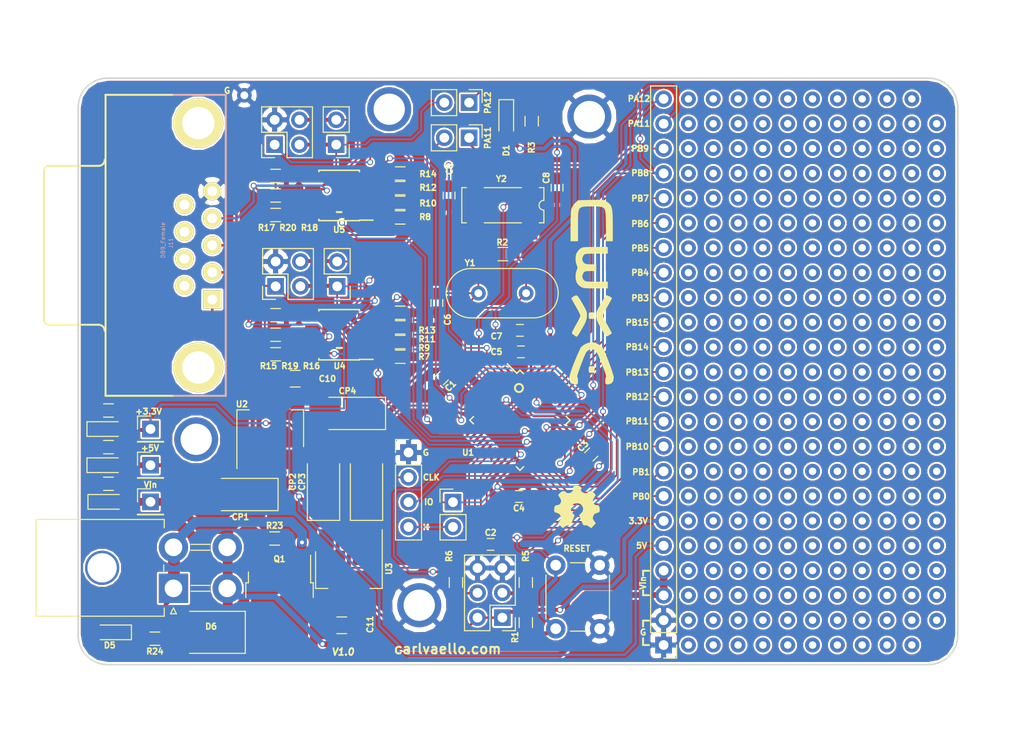
<source format=kicad_pcb>
(kicad_pcb (version 4) (host pcbnew 4.0.7)
  (title_block (date 2017-10-23))
  (layers (0 F.Cu signal) (31 B.Cu jumper) (34 B.Paste user) (35 F.Paste user) (36 B.SilkS user) (37 F.SilkS user) (38 B.Mask user) (39 F.Mask user) (44 Edge.Cuts user))
  (net 0 "")
  (net 1 +3V3)
  (net 2 GND)
  (net 3 RESET)
  (net 4 OSCOUT)
  (net 5 OSCIN)
  (net 6 PC15)
  (net 7 PC14)
  (net 8 +5V)
  (net 9 +12V)
  (net 10 "Net-(D1-Pad1)")
  (net 11 "Net-(D2-Pad1)")
  (net 12 SWDCLK)
  (net 13 SWDIO)
  (net 14 "Net-(J1-Pad4)")
  (net 15 "Net-(J4-Pad3)")
  (net 16 "Net-(J4-Pad4)")
  (net 17 PB15)
  (net 18 PB14)
  (net 19 PB13)
  (net 20 PB12)
  (net 21 PB11)
  (net 22 PB10)
  (net 23 PB9)
  (net 24 PB8)
  (net 25 PB7)
  (net 26 PB6)
  (net 27 PB5)
  (net 28 PB4)
  (net 29 PB3)
  (net 30 PB1)
  (net 31 PB0)
  (net 32 PC13)
  (net 33 TX2)
  (net 34 RX2)
  (net 35 TX1)
  (net 36 RX1)
  (net 37 "Net-(J10-Pad1)")
  (net 38 "Net-(J10-Pad2)")
  (net 39 BOOT0)
  (net 40 BOOT1)
  (net 41 O_B)
  (net 42 O_A)
  (net 43 I_B)
  (net 44 I_A)
  (net 45 "Net-(U1-Pad1)")
  (net 46 "Net-(U1-Pad10)")
  (net 47 "Net-(U1-Pad11)")
  (net 48 "Net-(U1-Pad14)")
  (net 49 "Net-(U1-Pad15)")
  (net 50 "Net-(U1-Pad16)")
  (net 51 "Net-(U1-Pad17)")
  (net 52 "Net-(U1-Pad29)")
  (net 53 "Net-(U1-Pad38)")
  (net 54 "Net-(J7-Pad4)")
  (net 55 "Net-(J11-Pad6)")
  (net 56 "Net-(J11-Pad7)")
  (net 57 "Net-(J11-Pad8)")
  (net 58 "Net-(J11-Pad9)")
  (net 59 "Net-(J12-Pad2)")
  (net 60 PA11)
  (net 61 PA12)
  (net 62 "Net-(D3-Pad1)")
  (net 63 "Net-(D4-Pad1)")
  (net 64 POWER_IN-GND)
  (net 65 "Net-(Q1-Pad2)")
  (net 66 "Net-(D5-Pad2)")
  (net 67 "Net-(D5-Pad1)")
  (net 68 "Net-(J18-Pad1)")
  (net 69 "Net-(J19-Pad1)")
  (module CarlosVaello:MountHoles_H3.2mm_D5.5 (layer F.Cu) (at 52.3 3.925 90)
    (fp_text reference J21 hide)
    (fp_text value Conn_01x01)
    (pad 1 thru_hole circle (at 0 0 90) (size 4.5 4.5) (drill 3.2) (layers *.Cu *.Mask) (net 2 GND))
  )
  (module Connectors_Molex:Molex_MiniFit-JR-5569-04A2_2x02x4.20mm_Angled (layer F.Cu) (at 9.75 52.2 90)
    (fp_text reference J3 hide)
    (fp_text value Conn_01x04)
    (pad 1 thru_hole rect (at 0 0 90) (size 3 3) (drill 1.8) (layers *.Cu *.Mask) (net 64 POWER_IN-GND))
    (pad 2 thru_hole circle (at 4.2 0 90) (size 3 3) (drill 1.8) (layers *.Cu *.Mask) (net 64 POWER_IN-GND))
    (pad 3 thru_hole circle (at 0 5.5 90) (size 3 3) (drill 1.8) (layers *.Cu *.Mask) (net 9 +12V))
    (pad 4 thru_hole circle (at 4.2 5.5 90) (size 3 3) (drill 1.8) (layers *.Cu *.Mask) (net 9 +12V))
    (pad 5 thru_hole circle (at 2.1 -7.3 90) (size 3.5 3.5) (drill 3) (layers *.Cu *.Mask))
  )
  (module SparkFun-Connectors:DB9 (layer F.Cu) (at 12.3 17.1 90)
    (fp_text reference J11 (at 0.22098 -2.82194 90) (layer B.SilkS) (effects (font (size 0.4064 0.4064) (thickness 0.0508))))
    (fp_text value DB9_Female (at 0.52832 -3.61696 90) (layer B.SilkS) (effects (font (size 0.4064 0.4064) (thickness 0.0508))))
    (pad 1 thru_hole rect (at -5.53974 1.41986 90) (size 1.8796 1.8796) (drill 1.016) (layers *.Cu F.Paste F.SilkS F.Mask) (net 42 O_A))
    (pad 2 thru_hole circle (at -2.7686 1.41986 90) (size 1.8796 1.8796) (drill 1.016) (layers *.Cu F.Paste F.SilkS F.Mask) (net 41 O_B))
    (pad 3 thru_hole circle (at 0 1.41986 90) (size 1.8796 1.8796) (drill 1.016) (layers *.Cu F.Paste F.SilkS F.Mask) (net 43 I_B))
    (pad 4 thru_hole circle (at 2.7686 1.41986 90) (size 1.8796 1.8796) (drill 1.016) (layers *.Cu F.Paste F.SilkS F.Mask) (net 44 I_A))
    (pad 5 thru_hole circle (at 5.53974 1.41986 90) (size 1.8796 1.8796) (drill 1.016) (layers *.Cu F.Paste F.SilkS F.Mask) (net 2 GND))
    (pad 6 thru_hole circle (at -4.14782 -1.41986 90) (size 1.8796 1.8796) (drill 1.016) (layers *.Cu F.Paste F.SilkS F.Mask) (net 55 "Net-(J11-Pad6)"))
    (pad 7 thru_hole circle (at -1.37922 -1.41986 90) (size 1.8796 1.8796) (drill 1.016) (layers *.Cu F.Paste F.SilkS F.Mask) (net 56 "Net-(J11-Pad7)"))
    (pad 8 thru_hole circle (at 1.37922 -1.41986 90) (size 1.8796 1.8796) (drill 1.016) (layers *.Cu F.Paste F.SilkS F.Mask) (net 57 "Net-(J11-Pad8)"))
    (pad 9 thru_hole circle (at 4.14782 -1.41986 90) (size 1.8796 1.8796) (drill 1.016) (layers *.Cu F.Paste F.SilkS F.Mask) (net 58 "Net-(J11-Pad9)"))
    (pad G1 thru_hole circle (at -12.49934 0 90) (size 5.08 5.08) (drill 3.302) (layers *.Cu F.Paste F.SilkS F.Mask))
    (pad G2 thru_hole circle (at 12.49934 0 90) (size 5.08 5.08) (drill 3.302) (layers *.Cu F.Paste F.SilkS F.Mask))
  )
  (module Buttons_Switches_THT:SW_PUSH_6mm_h8.5mm (layer F.Cu) (at 53.36 49.83 270)
    (fp_text reference SW1 hide)
    (fp_text value SW_Push)
    (pad 2 thru_hole circle (at 0 4.5) (size 2 2) (drill 1.1) (layers *.Cu *.Mask) (net 3 RESET))
    (pad 1 thru_hole circle (at 0 0) (size 2 2) (drill 1.1) (layers *.Cu *.Mask) (net 2 GND))
    (pad 2 thru_hole circle (at 6.5 4.5) (size 2 2) (drill 1.1) (layers *.Cu *.Mask) (net 3 RESET))
    (pad 1 thru_hole circle (at 6.5 0) (size 2 2) (drill 1.1) (layers *.Cu *.Mask) (net 2 GND))
  )
  (module Housings_QFP:LQFP-48_7x7mm_Pitch0.5mm (layer F.Cu) (at 45.2 35 315)
    (fp_text reference U1 hide)
    (fp_text value STM32F103C8)
    (pad 1 smd rect (at -4.35 -2.75 315) (size 1.3 0.25) (layers F.Cu F.Paste F.Mask) (net 45 "Net-(U1-Pad1)"))
    (pad 2 smd rect (at -4.35 -2.25 315) (size 1.3 0.25) (layers F.Cu F.Paste F.Mask) (net 32 PC13))
    (pad 3 smd rect (at -4.35 -1.75 315) (size 1.3 0.25) (layers F.Cu F.Paste F.Mask) (net 7 PC14))
    (pad 4 smd rect (at -4.35 -1.25 315) (size 1.3 0.25) (layers F.Cu F.Paste F.Mask) (net 6 PC15))
    (pad 5 smd rect (at -4.35 -0.75 315) (size 1.3 0.25) (layers F.Cu F.Paste F.Mask) (net 5 OSCIN))
    (pad 6 smd rect (at -4.35 -0.25 315) (size 1.3 0.25) (layers F.Cu F.Paste F.Mask) (net 4 OSCOUT))
    (pad 7 smd rect (at -4.35 0.25 315) (size 1.3 0.25) (layers F.Cu F.Paste F.Mask) (net 3 RESET))
    (pad 8 smd rect (at -4.35 0.75 315) (size 1.3 0.25) (layers F.Cu F.Paste F.Mask) (net 2 GND))
    (pad 9 smd rect (at -4.35 1.25 315) (size 1.3 0.25) (layers F.Cu F.Paste F.Mask) (net 1 +3V3))
    (pad 10 smd rect (at -4.35 1.75 315) (size 1.3 0.25) (layers F.Cu F.Paste F.Mask) (net 46 "Net-(U1-Pad10)"))
    (pad 11 smd rect (at -4.35 2.25 315) (size 1.3 0.25) (layers F.Cu F.Paste F.Mask) (net 47 "Net-(U1-Pad11)"))
    (pad 12 smd rect (at -4.35 2.75 315) (size 1.3 0.25) (layers F.Cu F.Paste F.Mask) (net 33 TX2))
    (pad 13 smd rect (at -2.75 4.35 45) (size 1.3 0.25) (layers F.Cu F.Paste F.Mask) (net 34 RX2))
    (pad 14 smd rect (at -2.25 4.35 45) (size 1.3 0.25) (layers F.Cu F.Paste F.Mask) (net 48 "Net-(U1-Pad14)"))
    (pad 15 smd rect (at -1.75 4.35 45) (size 1.3 0.25) (layers F.Cu F.Paste F.Mask) (net 49 "Net-(U1-Pad15)"))
    (pad 16 smd rect (at -1.25 4.35 45) (size 1.3 0.25) (layers F.Cu F.Paste F.Mask) (net 50 "Net-(U1-Pad16)"))
    (pad 17 smd rect (at -0.75 4.35 45) (size 1.3 0.25) (layers F.Cu F.Paste F.Mask) (net 51 "Net-(U1-Pad17)"))
    (pad 18 smd rect (at -0.25 4.35 45) (size 1.3 0.25) (layers F.Cu F.Paste F.Mask) (net 31 PB0))
    (pad 19 smd rect (at 0.25 4.35 45) (size 1.3 0.25) (layers F.Cu F.Paste F.Mask) (net 30 PB1))
    (pad 20 smd rect (at 0.75 4.35 45) (size 1.3 0.25) (layers F.Cu F.Paste F.Mask) (net 40 BOOT1))
    (pad 21 smd rect (at 1.25 4.35 45) (size 1.3 0.25) (layers F.Cu F.Paste F.Mask) (net 22 PB10))
    (pad 22 smd rect (at 1.75 4.35 45) (size 1.3 0.25) (layers F.Cu F.Paste F.Mask) (net 21 PB11))
    (pad 23 smd rect (at 2.25 4.35 45) (size 1.3 0.25) (layers F.Cu F.Paste F.Mask) (net 2 GND))
    (pad 24 smd rect (at 2.75 4.35 45) (size 1.3 0.25) (layers F.Cu F.Paste F.Mask) (net 1 +3V3))
    (pad 25 smd rect (at 4.35 2.75 315) (size 1.3 0.25) (layers F.Cu F.Paste F.Mask) (net 20 PB12))
    (pad 26 smd rect (at 4.35 2.25 315) (size 1.3 0.25) (layers F.Cu F.Paste F.Mask) (net 19 PB13))
    (pad 27 smd rect (at 4.35 1.75 315) (size 1.3 0.25) (layers F.Cu F.Paste F.Mask) (net 18 PB14))
    (pad 28 smd rect (at 4.35 1.25 315) (size 1.3 0.25) (layers F.Cu F.Paste F.Mask) (net 17 PB15))
    (pad 29 smd rect (at 4.35 0.75 315) (size 1.3 0.25) (layers F.Cu F.Paste F.Mask) (net 52 "Net-(U1-Pad29)"))
    (pad 30 smd rect (at 4.35 0.25 315) (size 1.3 0.25) (layers F.Cu F.Paste F.Mask) (net 36 RX1))
    (pad 31 smd rect (at 4.35 -0.25 315) (size 1.3 0.25) (layers F.Cu F.Paste F.Mask) (net 35 TX1))
    (pad 32 smd rect (at 4.35 -0.75 315) (size 1.3 0.25) (layers F.Cu F.Paste F.Mask) (net 60 PA11))
    (pad 33 smd rect (at 4.35 -1.25 315) (size 1.3 0.25) (layers F.Cu F.Paste F.Mask) (net 61 PA12))
    (pad 34 smd rect (at 4.35 -1.75 315) (size 1.3 0.25) (layers F.Cu F.Paste F.Mask) (net 13 SWDIO))
    (pad 35 smd rect (at 4.35 -2.25 315) (size 1.3 0.25) (layers F.Cu F.Paste F.Mask) (net 2 GND))
    (pad 36 smd rect (at 4.35 -2.75 315) (size 1.3 0.25) (layers F.Cu F.Paste F.Mask) (net 1 +3V3))
    (pad 37 smd rect (at 2.75 -4.35 45) (size 1.3 0.25) (layers F.Cu F.Paste F.Mask) (net 12 SWDCLK))
    (pad 38 smd rect (at 2.25 -4.35 45) (size 1.3 0.25) (layers F.Cu F.Paste F.Mask) (net 53 "Net-(U1-Pad38)"))
    (pad 39 smd rect (at 1.75 -4.35 45) (size 1.3 0.25) (layers F.Cu F.Paste F.Mask) (net 29 PB3))
    (pad 40 smd rect (at 1.25 -4.35 45) (size 1.3 0.25) (layers F.Cu F.Paste F.Mask) (net 28 PB4))
    (pad 41 smd rect (at 0.75 -4.35 45) (size 1.3 0.25) (layers F.Cu F.Paste F.Mask) (net 27 PB5))
    (pad 42 smd rect (at 0.25 -4.35 45) (size 1.3 0.25) (layers F.Cu F.Paste F.Mask) (net 26 PB6))
    (pad 43 smd rect (at -0.25 -4.35 45) (size 1.3 0.25) (layers F.Cu F.Paste F.Mask) (net 25 PB7))
    (pad 44 smd rect (at -0.75 -4.35 45) (size 1.3 0.25) (layers F.Cu F.Paste F.Mask) (net 39 BOOT0))
    (pad 45 smd rect (at -1.25 -4.35 45) (size 1.3 0.25) (layers F.Cu F.Paste F.Mask) (net 24 PB8))
    (pad 46 smd rect (at -1.75 -4.35 45) (size 1.3 0.25) (layers F.Cu F.Paste F.Mask) (net 23 PB9))
    (pad 47 smd rect (at -2.25 -4.35 45) (size 1.3 0.25) (layers F.Cu F.Paste F.Mask) (net 2 GND))
    (pad 48 smd rect (at -2.75 -4.35 45) (size 1.3 0.25) (layers F.Cu F.Paste F.Mask) (net 1 +3V3))
  )
  (module Resistors_SMD:R_0603_HandSoldering (layer F.Cu) (at 43.45 18 180)
    (fp_text reference R2 hide)
    (fp_text value 1M)
    (pad 1 smd rect (at -1.1 0 180) (size 1.2 0.9) (layers F.Cu F.Paste F.Mask) (net 5 OSCIN))
    (pad 2 smd rect (at 1.1 0 180) (size 1.2 0.9) (layers F.Cu F.Paste F.Mask) (net 4 OSCOUT))
  )
  (module Crystals:Crystal_HC49-4H_Vertical (layer F.Cu) (at 40.95 22)
    (fp_text reference Y1 hide)
    (fp_text value "8 MHz")
    (pad 1 thru_hole circle (at 0 0) (size 1.5 1.5) (drill 0.8) (layers *.Cu *.Mask) (net 4 OSCOUT))
    (pad 2 thru_hole circle (at 4.88 0) (size 1.5 1.5) (drill 0.8) (layers *.Cu *.Mask) (net 5 OSCIN))
  )
  (module Capacitors_SMD:C_0805_HandSoldering (layer F.Cu) (at 22.2 30.75)
    (fp_text reference C10 hide)
    (fp_text value 100nF)
    (pad 1 smd rect (at -1.25 0) (size 1.5 1.25) (layers F.Cu F.Paste F.Mask) (net 8 +5V))
    (pad 2 smd rect (at 1.25 0) (size 1.5 1.25) (layers F.Cu F.Paste F.Mask) (net 2 GND))
  )
  (module Capacitors_SMD:C_0805_HandSoldering (layer F.Cu) (at 26.97 55.98)
    (fp_text reference C11 hide)
    (fp_text value 100nF)
    (pad 1 smd rect (at -1.25 0) (size 1.5 1.25) (layers F.Cu F.Paste F.Mask) (net 1 +3V3))
    (pad 2 smd rect (at 1.25 0) (size 1.5 1.25) (layers F.Cu F.Paste F.Mask) (net 2 GND))
  )
  (module Capacitors_Tantalum_SMD:CP_Tantalum_Case-B_EIA-3528-21_Hand (layer F.Cu) (at 16.4 42.6 180)
    (fp_text reference CP1 hide)
    (fp_text value 10uF)
    (pad 1 smd rect (at -2.15 0 180) (size 3.2 2.5) (layers F.Cu F.Paste F.Mask) (net 9 +12V))
    (pad 2 smd rect (at 2.15 0 180) (size 3.2 2.5) (layers F.Cu F.Paste F.Mask) (net 2 GND))
  )
  (module Capacitors_Tantalum_SMD:CP_Tantalum_Case-B_EIA-3528-21_Hand (layer F.Cu) (at 25.1 41.2 90)
    (fp_text reference CP2 hide)
    (fp_text value 22uF)
    (pad 1 smd rect (at -2.15 0 90) (size 3.2 2.5) (layers F.Cu F.Paste F.Mask) (net 8 +5V))
    (pad 2 smd rect (at 2.15 0 90) (size 3.2 2.5) (layers F.Cu F.Paste F.Mask) (net 2 GND))
  )
  (module Capacitors_Tantalum_SMD:CP_Tantalum_Case-B_EIA-3528-21_Hand (layer F.Cu) (at 29.5 41.2 90)
    (fp_text reference CP3 hide)
    (fp_text value 10uF)
    (pad 1 smd rect (at -2.15 0 90) (size 3.2 2.5) (layers F.Cu F.Paste F.Mask) (net 8 +5V))
    (pad 2 smd rect (at 2.15 0 90) (size 3.2 2.5) (layers F.Cu F.Paste F.Mask) (net 2 GND))
  )
  (module Capacitors_Tantalum_SMD:CP_Tantalum_Case-B_EIA-3528-21_Hand (layer F.Cu) (at 27.4 34.3 180)
    (fp_text reference CP4 hide)
    (fp_text value 22uF)
    (pad 1 smd rect (at -2.15 0 180) (size 3.2 2.5) (layers F.Cu F.Paste F.Mask) (net 1 +3V3))
    (pad 2 smd rect (at 2.15 0 180) (size 3.2 2.5) (layers F.Cu F.Paste F.Mask) (net 2 GND))
  )
  (module LEDs:LED_0805_HandSoldering (layer F.Cu) (at 43.8 4.4 270)
    (fp_text reference D1 hide)
    (fp_text value LED)
    (pad 1 smd rect (at -1.35 0 270) (size 1.5 1.3) (layers F.Cu F.Paste F.Mask) (net 10 "Net-(D1-Pad1)"))
    (pad 2 smd rect (at 1.35 0 270) (size 1.5 1.3) (layers F.Cu F.Paste F.Mask) (net 1 +3V3))
  )
  (module LEDs:LED_0805_HandSoldering (layer F.Cu) (at 3.1 35.9)
    (fp_text reference D2 hide)
    (fp_text value LED)
    (pad 1 smd rect (at -1.35 0) (size 1.5 1.3) (layers F.Cu F.Paste F.Mask) (net 11 "Net-(D2-Pad1)"))
    (pad 2 smd rect (at 1.35 0) (size 1.5 1.3) (layers F.Cu F.Paste F.Mask) (net 1 +3V3))
  )
  (module Pin_Headers:Pin_Header_Straight_1x04_Pitch2.54mm (layer F.Cu) (at 33.8 38.3)
    (fp_text reference J1 hide)
    (fp_text value Conn_01x04)
    (pad 1 thru_hole rect (at 0 0) (size 1.7 1.7) (drill 1) (layers *.Cu *.Mask) (net 2 GND))
    (pad 2 thru_hole oval (at 0 2.54) (size 1.7 1.7) (drill 1) (layers *.Cu *.Mask) (net 12 SWDCLK))
    (pad 3 thru_hole oval (at 0 5.08) (size 1.7 1.7) (drill 1) (layers *.Cu *.Mask) (net 13 SWDIO))
    (pad 4 thru_hole oval (at 0 7.62) (size 1.7 1.7) (drill 1) (layers *.Cu *.Mask) (net 14 "Net-(J1-Pad4)"))
  )
  (module Pin_Headers:Pin_Header_Straight_1x02_Pitch2.54mm (layer F.Cu) (at 38.35 43.38)
    (fp_text reference J2 hide)
    (fp_text value Conn_01x02_Male)
    (pad 1 thru_hole rect (at 0 0) (size 1.7 1.7) (drill 1) (layers *.Cu *.Mask) (net 1 +3V3))
    (pad 2 thru_hole oval (at 0 2.54) (size 1.7 1.7) (drill 1) (layers *.Cu *.Mask) (net 14 "Net-(J1-Pad4)"))
  )
  (module Pin_Headers:Pin_Header_Straight_2x03_Pitch2.54mm (layer F.Cu) (at 43.4 55.2 180)
    (fp_text reference J4 hide)
    (fp_text value Conn_02x03_Odd_Even)
    (pad 1 thru_hole rect (at 0 0 180) (size 1.7 1.7) (drill 1) (layers *.Cu *.Mask) (net 1 +3V3))
    (pad 2 thru_hole oval (at 2.54 0 180) (size 1.7 1.7) (drill 1) (layers *.Cu *.Mask) (net 1 +3V3))
    (pad 3 thru_hole oval (at 0 2.54 180) (size 1.7 1.7) (drill 1) (layers *.Cu *.Mask) (net 15 "Net-(J4-Pad3)"))
    (pad 4 thru_hole oval (at 2.54 2.54 180) (size 1.7 1.7) (drill 1) (layers *.Cu *.Mask) (net 16 "Net-(J4-Pad4)"))
    (pad 5 thru_hole oval (at 0 5.08 180) (size 1.7 1.7) (drill 1) (layers *.Cu *.Mask) (net 2 GND))
    (pad 6 thru_hole oval (at 2.54 5.08 180) (size 1.7 1.7) (drill 1) (layers *.Cu *.Mask) (net 2 GND))
  )
  (module Pin_Headers:Pin_Header_Straight_2x02_Pitch2.54mm (layer F.Cu) (at 20.1 6.8 90)
    (fp_text reference J8 hide)
    (fp_text value Conn_02x02_Top_Bottom)
    (pad 1 thru_hole rect (at 0 0 90) (size 1.7 1.7) (drill 1) (layers *.Cu *.Mask) (net 8 +5V))
    (pad 2 thru_hole oval (at 2.54 0 90) (size 1.7 1.7) (drill 1) (layers *.Cu *.Mask) (net 2 GND))
    (pad 3 thru_hole oval (at 0 2.54 90) (size 1.7 1.7) (drill 1) (layers *.Cu *.Mask) (net 37 "Net-(J10-Pad1)"))
    (pad 4 thru_hole oval (at 2.54 2.54 90) (size 1.7 1.7) (drill 1) (layers *.Cu *.Mask) (net 38 "Net-(J10-Pad2)"))
  )
  (module Pin_Headers:Pin_Header_Straight_1x02_Pitch2.54mm (layer F.Cu) (at 26.4 6.8 180)
    (fp_text reference J10 hide)
    (fp_text value Conn_01x02_Male)
    (pad 1 thru_hole rect (at 0 0 180) (size 1.7 1.7) (drill 1) (layers *.Cu *.Mask) (net 37 "Net-(J10-Pad1)"))
    (pad 2 thru_hole oval (at 0 2.54 180) (size 1.7 1.7) (drill 1) (layers *.Cu *.Mask) (net 38 "Net-(J10-Pad2)"))
  )
  (module TO_SOT_Packages_SMD:SOT-223 (layer F.Cu) (at 19.65 35.85 90)
    (fp_text reference U2 hide)
    (fp_text value LM1117-5.0)
    (pad 2 smd rect (at 3.15 0 90) (size 2 3.8) (layers F.Cu F.Paste F.Mask) (net 8 +5V))
    (pad 2 smd rect (at -3.15 0 90) (size 2 1.5) (layers F.Cu F.Paste F.Mask) (net 8 +5V))
    (pad 3 smd rect (at -3.15 2.3 90) (size 2 1.5) (layers F.Cu F.Paste F.Mask) (net 9 +12V))
    (pad 1 smd rect (at -3.15 -2.3 90) (size 2 1.5) (layers F.Cu F.Paste F.Mask) (net 2 GND))
  )
  (module TO_SOT_Packages_SMD:SOT-223 (layer F.Cu) (at 27.7 50.3 270)
    (fp_text reference U3 hide)
    (fp_text value LM1117-3.3)
    (pad 2 smd rect (at 3.15 0 270) (size 2 3.8) (layers F.Cu F.Paste F.Mask) (net 1 +3V3))
    (pad 2 smd rect (at -3.15 0 270) (size 2 1.5) (layers F.Cu F.Paste F.Mask) (net 1 +3V3))
    (pad 3 smd rect (at -3.15 2.3 270) (size 2 1.5) (layers F.Cu F.Paste F.Mask) (net 8 +5V))
    (pad 1 smd rect (at -3.15 -2.3 270) (size 2 1.5) (layers F.Cu F.Paste F.Mask) (net 2 GND))
  )
  (module Housings_SOIC:SOIC-8_3.9x4.9mm_Pitch1.27mm (layer F.Cu) (at 26.7 26.25 180)
    (fp_text reference U4 hide)
    (fp_text value MAX485E)
    (pad 1 smd rect (at -2.7 -1.905 180) (size 1.55 0.6) (layers F.Cu F.Paste F.Mask) (net 36 RX1))
    (pad 2 smd rect (at -2.7 -0.635 180) (size 1.55 0.6) (layers F.Cu F.Paste F.Mask) (net 59 "Net-(J12-Pad2)"))
    (pad 3 smd rect (at -2.7 0.635 180) (size 1.55 0.6) (layers F.Cu F.Paste F.Mask) (net 54 "Net-(J7-Pad4)"))
    (pad 4 smd rect (at -2.7 1.905 180) (size 1.55 0.6) (layers F.Cu F.Paste F.Mask) (net 35 TX1))
    (pad 5 smd rect (at 2.7 1.905 180) (size 1.55 0.6) (layers F.Cu F.Paste F.Mask) (net 2 GND))
    (pad 6 smd rect (at 2.7 0.635 180) (size 1.55 0.6) (layers F.Cu F.Paste F.Mask) (net 42 O_A))
    (pad 7 smd rect (at 2.7 -0.635 180) (size 1.55 0.6) (layers F.Cu F.Paste F.Mask) (net 41 O_B))
    (pad 8 smd rect (at 2.7 -1.905 180) (size 1.55 0.6) (layers F.Cu F.Paste F.Mask) (net 8 +5V))
  )
  (module Housings_SOIC:SOIC-8_3.9x4.9mm_Pitch1.27mm (layer F.Cu) (at 26.7 12 180)
    (fp_text reference U5 hide)
    (fp_text value MAX485E)
    (pad 1 smd rect (at -2.7 -1.905 180) (size 1.55 0.6) (layers F.Cu F.Paste F.Mask) (net 34 RX2))
    (pad 2 smd rect (at -2.7 -0.635 180) (size 1.55 0.6) (layers F.Cu F.Paste F.Mask) (net 37 "Net-(J10-Pad1)"))
    (pad 3 smd rect (at -2.7 0.635 180) (size 1.55 0.6) (layers F.Cu F.Paste F.Mask) (net 38 "Net-(J10-Pad2)"))
    (pad 4 smd rect (at -2.7 1.905 180) (size 1.55 0.6) (layers F.Cu F.Paste F.Mask) (net 33 TX2))
    (pad 5 smd rect (at 2.7 1.905 180) (size 1.55 0.6) (layers F.Cu F.Paste F.Mask) (net 2 GND))
    (pad 6 smd rect (at 2.7 0.635 180) (size 1.55 0.6) (layers F.Cu F.Paste F.Mask) (net 44 I_A))
    (pad 7 smd rect (at 2.7 -0.635 180) (size 1.55 0.6) (layers F.Cu F.Paste F.Mask) (net 43 I_B))
    (pad 8 smd rect (at 2.7 -1.905 180) (size 1.55 0.6) (layers F.Cu F.Paste F.Mask) (net 8 +5V))
  )
  (module Crystals:Crystal_SMD_SeikoEpson_MC306-4pin_8.0x3.2mm_HandSoldering (layer F.Cu) (at 43.45 13 180)
    (fp_text reference Y2 hide)
    (fp_text value "32.768 KHz")
    (pad 1 smd rect (at -2.815 2.075 180) (size 1.43 2.85) (layers F.Cu F.Paste F.Mask) (net 6 PC15))
    (pad 2 smd rect (at 2.815 2.075 180) (size 1.43 2.85) (layers F.Cu F.Paste F.Mask) (net 7 PC14))
    (pad 3 smd rect (at 2.815 -2.075 180) (size 1.43 2.85) (layers F.Cu F.Paste F.Mask))
    (pad 4 smd rect (at -2.815 -2.075 180) (size 1.43 2.85) (layers F.Cu F.Paste F.Mask))
  )
  (module Resistors_SMD:R_0603_HandSoldering (layer F.Cu) (at 45.8 55.7 270)
    (fp_text reference R1 hide)
    (fp_text value 10K)
    (pad 1 smd rect (at -1.1 0 270) (size 1.2 0.9) (layers F.Cu F.Paste F.Mask) (net 1 +3V3))
    (pad 2 smd rect (at 1.1 0 270) (size 1.2 0.9) (layers F.Cu F.Paste F.Mask) (net 3 RESET))
  )
  (module Resistors_SMD:R_0603_HandSoldering (layer F.Cu) (at 46.4 4.4 90)
    (fp_text reference R3 hide)
    (fp_text value 120R)
    (pad 1 smd rect (at -1.1 0 90) (size 1.2 0.9) (layers F.Cu F.Paste F.Mask) (net 32 PC13))
    (pad 2 smd rect (at 1.1 0 90) (size 1.2 0.9) (layers F.Cu F.Paste F.Mask) (net 10 "Net-(D1-Pad1)"))
  )
  (module Resistors_SMD:R_0603_HandSoldering (layer F.Cu) (at 3.1 34 180)
    (fp_text reference R4 hide)
    (fp_text value 120R)
    (pad 1 smd rect (at -1.1 0 180) (size 1.2 0.9) (layers F.Cu F.Paste F.Mask) (net 2 GND))
    (pad 2 smd rect (at 1.1 0 180) (size 1.2 0.9) (layers F.Cu F.Paste F.Mask) (net 11 "Net-(D2-Pad1)"))
  )
  (module Resistors_SMD:R_0603_HandSoldering (layer F.Cu) (at 45.8 51.6 90)
    (fp_text reference R5 hide)
    (fp_text value 100K)
    (pad 1 smd rect (at -1.1 0 90) (size 1.2 0.9) (layers F.Cu F.Paste F.Mask) (net 15 "Net-(J4-Pad3)"))
    (pad 2 smd rect (at 1.1 0 90) (size 1.2 0.9) (layers F.Cu F.Paste F.Mask) (net 39 BOOT0))
  )
  (module Resistors_SMD:R_0603_HandSoldering (layer F.Cu) (at 38.65 51.6 270)
    (fp_text reference R6 hide)
    (fp_text value 100K)
    (pad 1 smd rect (at -1.1 0 270) (size 1.2 0.9) (layers F.Cu F.Paste F.Mask) (net 40 BOOT1))
    (pad 2 smd rect (at 1.1 0 270) (size 1.2 0.9) (layers F.Cu F.Paste F.Mask) (net 16 "Net-(J4-Pad4)"))
  )
  (module Resistors_SMD:R_0603_HandSoldering (layer F.Cu) (at 32.95 28.5 180)
    (fp_text reference R7 hide)
    (fp_text value 10k)
    (pad 1 smd rect (at -1.1 0 180) (size 1.2 0.9) (layers F.Cu F.Paste F.Mask) (net 8 +5V))
    (pad 2 smd rect (at 1.1 0 180) (size 1.2 0.9) (layers F.Cu F.Paste F.Mask) (net 36 RX1))
  )
  (module Resistors_SMD:R_0603_HandSoldering (layer F.Cu) (at 32.95 14.25 180)
    (fp_text reference R8 hide)
    (fp_text value 10k)
    (pad 1 smd rect (at -1.1 0 180) (size 1.2 0.9) (layers F.Cu F.Paste F.Mask) (net 8 +5V))
    (pad 2 smd rect (at 1.1 0 180) (size 1.2 0.9) (layers F.Cu F.Paste F.Mask) (net 34 RX2))
  )
  (module Resistors_SMD:R_0603_HandSoldering (layer F.Cu) (at 32.95 27 180)
    (fp_text reference R9 hide)
    (fp_text value 10k)
    (pad 1 smd rect (at -1.1 0 180) (size 1.2 0.9) (layers F.Cu F.Paste F.Mask) (net 8 +5V))
    (pad 2 smd rect (at 1.1 0 180) (size 1.2 0.9) (layers F.Cu F.Paste F.Mask) (net 59 "Net-(J12-Pad2)"))
  )
  (module Resistors_SMD:R_0603_HandSoldering (layer F.Cu) (at 32.95 12.75 180)
    (fp_text reference R10 hide)
    (fp_text value 10k)
    (pad 1 smd rect (at -1.1 0 180) (size 1.2 0.9) (layers F.Cu F.Paste F.Mask) (net 8 +5V))
    (pad 2 smd rect (at 1.1 0 180) (size 1.2 0.9) (layers F.Cu F.Paste F.Mask) (net 37 "Net-(J10-Pad1)"))
  )
  (module Resistors_SMD:R_0603_HandSoldering (layer F.Cu) (at 32.95 25.5 180)
    (fp_text reference R11 hide)
    (fp_text value 10k)
    (pad 1 smd rect (at -1.1 0 180) (size 1.2 0.9) (layers F.Cu F.Paste F.Mask) (net 8 +5V))
    (pad 2 smd rect (at 1.1 0 180) (size 1.2 0.9) (layers F.Cu F.Paste F.Mask) (net 54 "Net-(J7-Pad4)"))
  )
  (module Resistors_SMD:R_0603_HandSoldering (layer F.Cu) (at 32.95 11.25 180)
    (fp_text reference R12 hide)
    (fp_text value 10k)
    (pad 1 smd rect (at -1.1 0 180) (size 1.2 0.9) (layers F.Cu F.Paste F.Mask) (net 8 +5V))
    (pad 2 smd rect (at 1.1 0 180) (size 1.2 0.9) (layers F.Cu F.Paste F.Mask) (net 38 "Net-(J10-Pad2)"))
  )
  (module Resistors_SMD:R_0603_HandSoldering (layer F.Cu) (at 32.95 24 180)
    (fp_text reference R13 hide)
    (fp_text value 10k)
    (pad 1 smd rect (at -1.1 0 180) (size 1.2 0.9) (layers F.Cu F.Paste F.Mask) (net 8 +5V))
    (pad 2 smd rect (at 1.1 0 180) (size 1.2 0.9) (layers F.Cu F.Paste F.Mask) (net 35 TX1))
  )
  (module Resistors_SMD:R_0603_HandSoldering (layer F.Cu) (at 32.95 9.75 180)
    (fp_text reference R14 hide)
    (fp_text value 10k)
    (pad 1 smd rect (at -1.1 0 180) (size 1.2 0.9) (layers F.Cu F.Paste F.Mask) (net 8 +5V))
    (pad 2 smd rect (at 1.1 0 180) (size 1.2 0.9) (layers F.Cu F.Paste F.Mask) (net 33 TX2))
  )
  (module Resistors_SMD:R_0603_HandSoldering (layer F.Cu) (at 20.2 24.25 180)
    (fp_text reference R15 hide)
    (fp_text value 20K)
    (pad 1 smd rect (at -1.1 0 180) (size 1.2 0.9) (layers F.Cu F.Paste F.Mask) (net 2 GND))
    (pad 2 smd rect (at 1.1 0 180) (size 1.2 0.9) (layers F.Cu F.Paste F.Mask) (net 41 O_B))
  )
  (module Resistors_SMD:R_0603_HandSoldering (layer F.Cu) (at 20.2 28.25)
    (fp_text reference R16 hide)
    (fp_text value 20K)
    (pad 1 smd rect (at -1.1 0) (size 1.2 0.9) (layers F.Cu F.Paste F.Mask) (net 42 O_A))
    (pad 2 smd rect (at 1.1 0) (size 1.2 0.9) (layers F.Cu F.Paste F.Mask) (net 8 +5V))
  )
  (module Resistors_SMD:R_0603_HandSoldering (layer F.Cu) (at 20.2 10 180)
    (fp_text reference R17 hide)
    (fp_text value 20K)
    (pad 1 smd rect (at -1.1 0 180) (size 1.2 0.9) (layers F.Cu F.Paste F.Mask) (net 2 GND))
    (pad 2 smd rect (at 1.1 0 180) (size 1.2 0.9) (layers F.Cu F.Paste F.Mask) (net 43 I_B))
  )
  (module Resistors_SMD:R_0603_HandSoldering (layer F.Cu) (at 20.2 14)
    (fp_text reference R18 hide)
    (fp_text value 20K)
    (pad 1 smd rect (at -1.1 0) (size 1.2 0.9) (layers F.Cu F.Paste F.Mask) (net 44 I_A))
    (pad 2 smd rect (at 1.1 0) (size 1.2 0.9) (layers F.Cu F.Paste F.Mask) (net 8 +5V))
  )
  (module Resistors_SMD:R_0603_HandSoldering (layer F.Cu) (at 20.2 26.25)
    (fp_text reference R19 hide)
    (fp_text value 120R)
    (pad 1 smd rect (at -1.1 0) (size 1.2 0.9) (layers F.Cu F.Paste F.Mask) (net 41 O_B))
    (pad 2 smd rect (at 1.1 0) (size 1.2 0.9) (layers F.Cu F.Paste F.Mask) (net 42 O_A))
  )
  (module Resistors_SMD:R_0603_HandSoldering (layer F.Cu) (at 20.2 12 180)
    (fp_text reference R20 hide)
    (fp_text value 120R)
    (pad 1 smd rect (at -1.1 0 180) (size 1.2 0.9) (layers F.Cu F.Paste F.Mask) (net 43 I_B))
    (pad 2 smd rect (at 1.1 0 180) (size 1.2 0.9) (layers F.Cu F.Paste F.Mask) (net 44 I_A))
  )
  (module Capacitors_SMD:C_0603_HandSoldering (layer F.Cu) (at 37.2 30.7 225)
    (fp_text reference C1 hide)
    (fp_text value 100nF)
    (pad 1 smd rect (at -0.95 0 225) (size 1.2 0.75) (layers F.Cu F.Paste F.Mask) (net 1 +3V3))
    (pad 2 smd rect (at 0.95 0 225) (size 1.2 0.75) (layers F.Cu F.Paste F.Mask) (net 2 GND))
  )
  (module Capacitors_SMD:C_0603_HandSoldering (layer F.Cu) (at 42.2 47.7 180)
    (fp_text reference C2 hide)
    (fp_text value 1.0uF)
    (pad 1 smd rect (at -0.95 0 180) (size 1.2 0.75) (layers F.Cu F.Paste F.Mask) (net 3 RESET))
    (pad 2 smd rect (at 0.95 0 180) (size 1.2 0.75) (layers F.Cu F.Paste F.Mask) (net 2 GND))
  )
  (module Capacitors_SMD:C_0603_HandSoldering (layer F.Cu) (at 52.5 38.5 225)
    (fp_text reference C3 hide)
    (fp_text value 100nF)
    (pad 1 smd rect (at -0.95 0 225) (size 1.2 0.75) (layers F.Cu F.Paste F.Mask) (net 1 +3V3))
    (pad 2 smd rect (at 0.95 0 225) (size 1.2 0.75) (layers F.Cu F.Paste F.Mask) (net 2 GND))
  )
  (module Capacitors_SMD:C_0603_HandSoldering (layer F.Cu) (at 45.1 42.8)
    (fp_text reference C4 hide)
    (fp_text value 100nF)
    (pad 1 smd rect (at -0.95 0) (size 1.2 0.75) (layers F.Cu F.Paste F.Mask) (net 1 +3V3))
    (pad 2 smd rect (at 0.95 0) (size 1.2 0.75) (layers F.Cu F.Paste F.Mask) (net 2 GND))
  )
  (module Capacitors_SMD:C_0603_HandSoldering (layer F.Cu) (at 45.3 28 180)
    (fp_text reference C5 hide)
    (fp_text value 100nF)
    (pad 1 smd rect (at -0.95 0 180) (size 1.2 0.75) (layers F.Cu F.Paste F.Mask) (net 1 +3V3))
    (pad 2 smd rect (at 0.95 0 180) (size 1.2 0.75) (layers F.Cu F.Paste F.Mask) (net 2 GND))
  )
  (module Capacitors_SMD:C_0603_HandSoldering (layer F.Cu) (at 36.7 23 90)
    (fp_text reference C6 hide)
    (fp_text value 22pF)
    (pad 1 smd rect (at -0.95 0 90) (size 1.2 0.75) (layers F.Cu F.Paste F.Mask) (net 2 GND))
    (pad 2 smd rect (at 0.95 0 90) (size 1.2 0.75) (layers F.Cu F.Paste F.Mask) (net 4 OSCOUT))
  )
  (module Capacitors_SMD:C_0603_HandSoldering (layer F.Cu) (at 45.2 25.8 180)
    (fp_text reference C7 hide)
    (fp_text value 22pF)
    (pad 1 smd rect (at -0.95 0 180) (size 1.2 0.75) (layers F.Cu F.Paste F.Mask) (net 2 GND))
    (pad 2 smd rect (at 0.95 0 180) (size 1.2 0.75) (layers F.Cu F.Paste F.Mask) (net 5 OSCIN))
  )
  (module Capacitors_SMD:C_0603_HandSoldering (layer F.Cu) (at 49 11.2 90)
    (fp_text reference C8 hide)
    (fp_text value 22pF)
    (pad 1 smd rect (at -0.95 0 90) (size 1.2 0.75) (layers F.Cu F.Paste F.Mask) (net 2 GND))
    (pad 2 smd rect (at 0.95 0 90) (size 1.2 0.75) (layers F.Cu F.Paste F.Mask) (net 6 PC15))
  )
  (module Capacitors_SMD:C_0603_HandSoldering (layer F.Cu) (at 37.95 12 90)
    (fp_text reference C9 hide)
    (fp_text value 22pF)
    (pad 1 smd rect (at -0.95 0 90) (size 1.2 0.75) (layers F.Cu F.Paste F.Mask) (net 2 GND))
    (pad 2 smd rect (at 0.95 0 90) (size 1.2 0.75) (layers F.Cu F.Paste F.Mask) (net 7 PC14))
  )
  (module Pin_Headers:Pin_Header_Straight_2x02_Pitch2.54mm (layer F.Cu) (at 20.2 21.3 90)
    (fp_text reference J7 hide)
    (fp_text value Conn_02x02_Top_Bottom)
    (pad 1 thru_hole rect (at 0 0 90) (size 1.7 1.7) (drill 1) (layers *.Cu *.Mask) (net 8 +5V))
    (pad 2 thru_hole oval (at 2.54 0 90) (size 1.7 1.7) (drill 1) (layers *.Cu *.Mask) (net 2 GND))
    (pad 3 thru_hole oval (at 0 2.54 90) (size 1.7 1.7) (drill 1) (layers *.Cu *.Mask) (net 59 "Net-(J12-Pad2)"))
    (pad 4 thru_hole oval (at 2.54 2.54 90) (size 1.7 1.7) (drill 1) (layers *.Cu *.Mask) (net 54 "Net-(J7-Pad4)"))
  )
  (module Pin_Headers:Pin_Header_Straight_1x02_Pitch2.54mm (layer F.Cu) (at 26.5 21.3 180)
    (fp_text reference J9 hide)
    (fp_text value Conn_01x02_Male)
    (pad 1 thru_hole rect (at 0 0 180) (size 1.7 1.7) (drill 1) (layers *.Cu *.Mask) (net 59 "Net-(J12-Pad2)"))
    (pad 2 thru_hole oval (at 0 2.54 180) (size 1.7 1.7) (drill 1) (layers *.Cu *.Mask) (net 54 "Net-(J7-Pad4)"))
  )
  (module Pin_Headers:Pin_Header_Straight_1x02_Pitch2.54mm (layer F.Cu) (at 40 6.1 270)
    (fp_text reference J12 hide)
    (fp_text value Conn_01x02_Male)
    (pad 1 thru_hole rect (at 0 0 270) (size 1.7 1.7) (drill 1) (layers *.Cu *.Mask) (net 23 PB9))
    (pad 2 thru_hole oval (at 0 2.54 270) (size 1.7 1.7) (drill 1) (layers *.Cu *.Mask) (net 59 "Net-(J12-Pad2)"))
  )
  (module Pin_Headers:Pin_Header_Straight_1x02_Pitch2.54mm (layer F.Cu) (at 40 2.5 270)
    (fp_text reference J13 hide)
    (fp_text value Conn_01x02_Male)
    (pad 1 thru_hole rect (at 0 0 270) (size 1.7 1.7) (drill 1) (layers *.Cu *.Mask) (net 24 PB8))
    (pad 2 thru_hole oval (at 0 2.54 270) (size 1.7 1.7) (drill 1) (layers *.Cu *.Mask) (net 37 "Net-(J10-Pad1)"))
  )
  (module CarlosVaello:grid (layer F.Cu) (at 62.44 58)
    (fp_text reference J6 hide)
    (fp_text value proto_grid_15x21)
    (pad 1 thru_hole circle (at 0 0) (size 1.524 1.524) (drill 0.762) (layers *.Cu *.Mask))
    (pad 21 thru_hole circle (at 2.54 0) (size 1.524 1.524) (drill 0.762) (layers *.Cu *.Mask))
    (pad 31 thru_hole circle (at 5.08 0) (size 1.524 1.524) (drill 0.762) (layers *.Cu *.Mask))
    (pad 41 thru_hole circle (at 7.62 0) (size 1.524 1.524) (drill 0.762) (layers *.Cu *.Mask))
    (pad 51 thru_hole circle (at 10.16 0) (size 1.524 1.524) (drill 0.762) (layers *.Cu *.Mask))
    (pad 61 thru_hole circle (at 12.7 0) (size 1.524 1.524) (drill 0.762) (layers *.Cu *.Mask))
    (pad 71 thru_hole circle (at 15.24 0) (size 1.524 1.524) (drill 0.762) (layers *.Cu *.Mask))
    (pad 81 thru_hole circle (at 17.78 0) (size 1.524 1.524) (drill 0.762) (layers *.Cu *.Mask))
    (pad 91 thru_hole circle (at 20.32 0) (size 1.524 1.524) (drill 0.762) (layers *.Cu *.Mask))
    (pad 101 thru_hole circle (at 22.86 0) (size 1.524 1.524) (drill 0.762) (layers *.Cu *.Mask))
    (pad 12 thru_hole circle (at 0 -2.54) (size 1.524 1.524) (drill 0.762) (layers *.Cu *.Mask))
    (pad 22 thru_hole circle (at 2.54 -2.54) (size 1.524 1.524) (drill 0.762) (layers *.Cu *.Mask))
    (pad 32 thru_hole circle (at 5.08 -2.54) (size 1.524 1.524) (drill 0.762) (layers *.Cu *.Mask))
    (pad 42 thru_hole circle (at 7.62 -2.54) (size 1.524 1.524) (drill 0.762) (layers *.Cu *.Mask))
    (pad 52 thru_hole circle (at 10.16 -2.54) (size 1.524 1.524) (drill 0.762) (layers *.Cu *.Mask))
    (pad 62 thru_hole circle (at 12.7 -2.54) (size 1.524 1.524) (drill 0.762) (layers *.Cu *.Mask))
    (pad 72 thru_hole circle (at 15.24 -2.54) (size 1.524 1.524) (drill 0.762) (layers *.Cu *.Mask))
    (pad 82 thru_hole circle (at 17.78 -2.54) (size 1.524 1.524) (drill 0.762) (layers *.Cu *.Mask))
    (pad 92 thru_hole circle (at 20.32 -2.54) (size 1.524 1.524) (drill 0.762) (layers *.Cu *.Mask))
    (pad 102 thru_hole circle (at 22.86 -2.54) (size 1.524 1.524) (drill 0.762) (layers *.Cu *.Mask))
    (pad 112 thru_hole circle (at 25.4 -2.54) (size 1.524 1.524) (drill 0.762) (layers *.Cu *.Mask))
    (pad 13 thru_hole circle (at 0 -5.08) (size 1.524 1.524) (drill 0.762) (layers *.Cu *.Mask))
    (pad 23 thru_hole circle (at 2.54 -5.08) (size 1.524 1.524) (drill 0.762) (layers *.Cu *.Mask))
    (pad 33 thru_hole circle (at 5.08 -5.08) (size 1.524 1.524) (drill 0.762) (layers *.Cu *.Mask))
    (pad 43 thru_hole circle (at 7.62 -5.08) (size 1.524 1.524) (drill 0.762) (layers *.Cu *.Mask))
    (pad 53 thru_hole circle (at 10.16 -5.08) (size 1.524 1.524) (drill 0.762) (layers *.Cu *.Mask))
    (pad 63 thru_hole circle (at 12.7 -5.08) (size 1.524 1.524) (drill 0.762) (layers *.Cu *.Mask))
    (pad 73 thru_hole circle (at 15.24 -5.08) (size 1.524 1.524) (drill 0.762) (layers *.Cu *.Mask))
    (pad 83 thru_hole circle (at 17.78 -5.08) (size 1.524 1.524) (drill 0.762) (layers *.Cu *.Mask))
    (pad 93 thru_hole circle (at 20.32 -5.08) (size 1.524 1.524) (drill 0.762) (layers *.Cu *.Mask))
    (pad 103 thru_hole circle (at 22.86 -5.08) (size 1.524 1.524) (drill 0.762) (layers *.Cu *.Mask))
    (pad 113 thru_hole circle (at 25.4 -5.08) (size 1.524 1.524) (drill 0.762) (layers *.Cu *.Mask))
    (pad 14 thru_hole circle (at 0 -7.62) (size 1.524 1.524) (drill 0.762) (layers *.Cu *.Mask))
    (pad 24 thru_hole circle (at 2.54 -7.62) (size 1.524 1.524) (drill 0.762) (layers *.Cu *.Mask))
    (pad 34 thru_hole circle (at 5.08 -7.62) (size 1.524 1.524) (drill 0.762) (layers *.Cu *.Mask))
    (pad 44 thru_hole circle (at 7.62 -7.62) (size 1.524 1.524) (drill 0.762) (layers *.Cu *.Mask))
    (pad 54 thru_hole circle (at 10.16 -7.62) (size 1.524 1.524) (drill 0.762) (layers *.Cu *.Mask))
    (pad 64 thru_hole circle (at 12.7 -7.62) (size 1.524 1.524) (drill 0.762) (layers *.Cu *.Mask))
    (pad 74 thru_hole circle (at 15.24 -7.62) (size 1.524 1.524) (drill 0.762) (layers *.Cu *.Mask))
    (pad 84 thru_hole circle (at 17.78 -7.62) (size 1.524 1.524) (drill 0.762) (layers *.Cu *.Mask))
    (pad 94 thru_hole circle (at 20.32 -7.62) (size 1.524 1.524) (drill 0.762) (layers *.Cu *.Mask))
    (pad 104 thru_hole circle (at 22.86 -7.62) (size 1.524 1.524) (drill 0.762) (layers *.Cu *.Mask))
    (pad 114 thru_hole circle (at 25.4 -7.62) (size 1.524 1.524) (drill 0.762) (layers *.Cu *.Mask))
    (pad 15 thru_hole circle (at 0 -10.16) (size 1.524 1.524) (drill 0.762) (layers *.Cu *.Mask))
    (pad 25 thru_hole circle (at 2.54 -10.16) (size 1.524 1.524) (drill 0.762) (layers *.Cu *.Mask))
    (pad 35 thru_hole circle (at 5.08 -10.16) (size 1.524 1.524) (drill 0.762) (layers *.Cu *.Mask))
    (pad 45 thru_hole circle (at 7.62 -10.16) (size 1.524 1.524) (drill 0.762) (layers *.Cu *.Mask))
    (pad 55 thru_hole circle (at 10.16 -10.16) (size 1.524 1.524) (drill 0.762) (layers *.Cu *.Mask))
    (pad 65 thru_hole circle (at 12.7 -10.16) (size 1.524 1.524) (drill 0.762) (layers *.Cu *.Mask))
    (pad 75 thru_hole circle (at 15.24 -10.16) (size 1.524 1.524) (drill 0.762) (layers *.Cu *.Mask))
    (pad 85 thru_hole circle (at 17.78 -10.16) (size 1.524 1.524) (drill 0.762) (layers *.Cu *.Mask))
    (pad 95 thru_hole circle (at 20.32 -10.16) (size 1.524 1.524) (drill 0.762) (layers *.Cu *.Mask))
    (pad 105 thru_hole circle (at 22.86 -10.16) (size 1.524 1.524) (drill 0.762) (layers *.Cu *.Mask))
    (pad 115 thru_hole circle (at 25.4 -10.16) (size 1.524 1.524) (drill 0.762) (layers *.Cu *.Mask))
    (pad 16 thru_hole circle (at 0 -12.7) (size 1.524 1.524) (drill 0.762) (layers *.Cu *.Mask))
    (pad 26 thru_hole circle (at 2.54 -12.7) (size 1.524 1.524) (drill 0.762) (layers *.Cu *.Mask))
    (pad 36 thru_hole circle (at 5.08 -12.7) (size 1.524 1.524) (drill 0.762) (layers *.Cu *.Mask))
    (pad 46 thru_hole circle (at 7.62 -12.7) (size 1.524 1.524) (drill 0.762) (layers *.Cu *.Mask))
    (pad 56 thru_hole circle (at 10.16 -12.7) (size 1.524 1.524) (drill 0.762) (layers *.Cu *.Mask))
    (pad 66 thru_hole circle (at 12.7 -12.7) (size 1.524 1.524) (drill 0.762) (layers *.Cu *.Mask))
    (pad 76 thru_hole circle (at 15.24 -12.7) (size 1.524 1.524) (drill 0.762) (layers *.Cu *.Mask))
    (pad 86 thru_hole circle (at 17.78 -12.7) (size 1.524 1.524) (drill 0.762) (layers *.Cu *.Mask))
    (pad 96 thru_hole circle (at 20.32 -12.7) (size 1.524 1.524) (drill 0.762) (layers *.Cu *.Mask))
    (pad 106 thru_hole circle (at 22.86 -12.7) (size 1.524 1.524) (drill 0.762) (layers *.Cu *.Mask))
    (pad 116 thru_hole circle (at 25.4 -12.7) (size 1.524 1.524) (drill 0.762) (layers *.Cu *.Mask))
    (pad 17 thru_hole circle (at 0 -15.24) (size 1.524 1.524) (drill 0.762) (layers *.Cu *.Mask))
    (pad 27 thru_hole circle (at 2.54 -15.24) (size 1.524 1.524) (drill 0.762) (layers *.Cu *.Mask))
    (pad 37 thru_hole circle (at 5.08 -15.24) (size 1.524 1.524) (drill 0.762) (layers *.Cu *.Mask))
    (pad 47 thru_hole circle (at 7.62 -15.24) (size 1.524 1.524) (drill 0.762) (layers *.Cu *.Mask))
    (pad 57 thru_hole circle (at 10.16 -15.24) (size 1.524 1.524) (drill 0.762) (layers *.Cu *.Mask))
    (pad 67 thru_hole circle (at 12.7 -15.24) (size 1.524 1.524) (drill 0.762) (layers *.Cu *.Mask))
    (pad 77 thru_hole circle (at 15.24 -15.24) (size 1.524 1.524) (drill 0.762) (layers *.Cu *.Mask))
    (pad 87 thru_hole circle (at 17.78 -15.24) (size 1.524 1.524) (drill 0.762) (layers *.Cu *.Mask))
    (pad 97 thru_hole circle (at 20.32 -15.24) (size 1.524 1.524) (drill 0.762) (layers *.Cu *.Mask))
    (pad 107 thru_hole circle (at 22.86 -15.24) (size 1.524 1.524) (drill 0.762) (layers *.Cu *.Mask))
    (pad 117 thru_hole circle (at 25.4 -15.24) (size 1.524 1.524) (drill 0.762) (layers *.Cu *.Mask))
    (pad 18 thru_hole circle (at 0 -17.78) (size 1.524 1.524) (drill 0.762) (layers *.Cu *.Mask))
    (pad 28 thru_hole circle (at 2.54 -17.78) (size 1.524 1.524) (drill 0.762) (layers *.Cu *.Mask))
    (pad 38 thru_hole circle (at 5.08 -17.78) (size 1.524 1.524) (drill 0.762) (layers *.Cu *.Mask))
    (pad 48 thru_hole circle (at 7.62 -17.78) (size 1.524 1.524) (drill 0.762) (layers *.Cu *.Mask))
    (pad 58 thru_hole circle (at 10.16 -17.78) (size 1.524 1.524) (drill 0.762) (layers *.Cu *.Mask))
    (pad 68 thru_hole circle (at 12.7 -17.78) (size 1.524 1.524) (drill 0.762) (layers *.Cu *.Mask))
    (pad 78 thru_hole circle (at 15.24 -17.78) (size 1.524 1.524) (drill 0.762) (layers *.Cu *.Mask))
    (pad 88 thru_hole circle (at 17.78 -17.78) (size 1.524 1.524) (drill 0.762) (layers *.Cu *.Mask))
    (pad 98 thru_hole circle (at 20.32 -17.78) (size 1.524 1.524) (drill 0.762) (layers *.Cu *.Mask))
    (pad 108 thru_hole circle (at 22.86 -17.78) (size 1.524 1.524) (drill 0.762) (layers *.Cu *.Mask))
    (pad 118 thru_hole circle (at 25.4 -17.78) (size 1.524 1.524) (drill 0.762) (layers *.Cu *.Mask))
    (pad 19 thru_hole circle (at 0 -20.32) (size 1.524 1.524) (drill 0.762) (layers *.Cu *.Mask))
    (pad 29 thru_hole circle (at 2.54 -20.32) (size 1.524 1.524) (drill 0.762) (layers *.Cu *.Mask))
    (pad 39 thru_hole circle (at 5.08 -20.32) (size 1.524 1.524) (drill 0.762) (layers *.Cu *.Mask))
    (pad 49 thru_hole circle (at 7.62 -20.32) (size 1.524 1.524) (drill 0.762) (layers *.Cu *.Mask))
    (pad 59 thru_hole circle (at 10.16 -20.32) (size 1.524 1.524) (drill 0.762) (layers *.Cu *.Mask))
    (pad 69 thru_hole circle (at 12.7 -20.32) (size 1.524 1.524) (drill 0.762) (layers *.Cu *.Mask))
    (pad 79 thru_hole circle (at 15.24 -20.32) (size 1.524 1.524) (drill 0.762) (layers *.Cu *.Mask))
    (pad 89 thru_hole circle (at 17.78 -20.32) (size 1.524 1.524) (drill 0.762) (layers *.Cu *.Mask))
    (pad 99 thru_hole circle (at 20.32 -20.32) (size 1.524 1.524) (drill 0.762) (layers *.Cu *.Mask))
    (pad 109 thru_hole circle (at 22.86 -20.32) (size 1.524 1.524) (drill 0.762) (layers *.Cu *.Mask))
    (pad 119 thru_hole circle (at 25.4 -20.32) (size 1.524 1.524) (drill 0.762) (layers *.Cu *.Mask))
    (pad 110 thru_hole circle (at 0 -22.86) (size 1.524 1.524) (drill 0.762) (layers *.Cu *.Mask))
    (pad 210 thru_hole circle (at 2.54 -22.86) (size 1.524 1.524) (drill 0.762) (layers *.Cu *.Mask))
    (pad 310 thru_hole circle (at 5.08 -22.86) (size 1.524 1.524) (drill 0.762) (layers *.Cu *.Mask))
    (pad 410 thru_hole circle (at 7.62 -22.86) (size 1.524 1.524) (drill 0.762) (layers *.Cu *.Mask))
    (pad 510 thru_hole circle (at 10.16 -22.86) (size 1.524 1.524) (drill 0.762) (layers *.Cu *.Mask))
    (pad 610 thru_hole circle (at 12.7 -22.86) (size 1.524 1.524) (drill 0.762) (layers *.Cu *.Mask))
    (pad 710 thru_hole circle (at 15.24 -22.86) (size 1.524 1.524) (drill 0.762) (layers *.Cu *.Mask))
    (pad 810 thru_hole circle (at 17.78 -22.86) (size 1.524 1.524) (drill 0.762) (layers *.Cu *.Mask))
    (pad 910 thru_hole circle (at 20.32 -22.86) (size 1.524 1.524) (drill 0.762) (layers *.Cu *.Mask))
    (pad 1010 thru_hole circle (at 22.86 -22.86) (size 1.524 1.524) (drill 0.762) (layers *.Cu *.Mask))
    (pad 1110 thru_hole circle (at 25.4 -22.86) (size 1.524 1.524) (drill 0.762) (layers *.Cu *.Mask))
    (pad 111 thru_hole circle (at 0 -25.4) (size 1.524 1.524) (drill 0.762) (layers *.Cu *.Mask))
    (pad 211 thru_hole circle (at 2.54 -25.4) (size 1.524 1.524) (drill 0.762) (layers *.Cu *.Mask))
    (pad 311 thru_hole circle (at 5.08 -25.4) (size 1.524 1.524) (drill 0.762) (layers *.Cu *.Mask))
    (pad 411 thru_hole circle (at 7.62 -25.4) (size 1.524 1.524) (drill 0.762) (layers *.Cu *.Mask))
    (pad 511 thru_hole circle (at 10.16 -25.4) (size 1.524 1.524) (drill 0.762) (layers *.Cu *.Mask))
    (pad 611 thru_hole circle (at 12.7 -25.4) (size 1.524 1.524) (drill 0.762) (layers *.Cu *.Mask))
    (pad 711 thru_hole circle (at 15.24 -25.4) (size 1.524 1.524) (drill 0.762) (layers *.Cu *.Mask))
    (pad 811 thru_hole circle (at 17.78 -25.4) (size 1.524 1.524) (drill 0.762) (layers *.Cu *.Mask))
    (pad 911 thru_hole circle (at 20.32 -25.4) (size 1.524 1.524) (drill 0.762) (layers *.Cu *.Mask))
    (pad 1011 thru_hole circle (at 22.86 -25.4) (size 1.524 1.524) (drill 0.762) (layers *.Cu *.Mask))
    (pad 1111 thru_hole circle (at 25.4 -25.4) (size 1.524 1.524) (drill 0.762) (layers *.Cu *.Mask))
    (pad 112 thru_hole circle (at 0 -27.94) (size 1.524 1.524) (drill 0.762) (layers *.Cu *.Mask))
    (pad 212 thru_hole circle (at 2.54 -27.94) (size 1.524 1.524) (drill 0.762) (layers *.Cu *.Mask))
    (pad 312 thru_hole circle (at 5.08 -27.94) (size 1.524 1.524) (drill 0.762) (layers *.Cu *.Mask))
    (pad 412 thru_hole circle (at 7.62 -27.94) (size 1.524 1.524) (drill 0.762) (layers *.Cu *.Mask))
    (pad 512 thru_hole circle (at 10.16 -27.94) (size 1.524 1.524) (drill 0.762) (layers *.Cu *.Mask))
    (pad 612 thru_hole circle (at 12.7 -27.94) (size 1.524 1.524) (drill 0.762) (layers *.Cu *.Mask))
    (pad 712 thru_hole circle (at 15.24 -27.94) (size 1.524 1.524) (drill 0.762) (layers *.Cu *.Mask))
    (pad 812 thru_hole circle (at 17.78 -27.94) (size 1.524 1.524) (drill 0.762) (layers *.Cu *.Mask))
    (pad 912 thru_hole circle (at 20.32 -27.94) (size 1.524 1.524) (drill 0.762) (layers *.Cu *.Mask))
    (pad 1012 thru_hole circle (at 22.86 -27.94) (size 1.524 1.524) (drill 0.762) (layers *.Cu *.Mask))
    (pad 1112 thru_hole circle (at 25.4 -27.94) (size 1.524 1.524) (drill 0.762) (layers *.Cu *.Mask))
    (pad 113 thru_hole circle (at 0 -30.48) (size 1.524 1.524) (drill 0.762) (layers *.Cu *.Mask))
    (pad 213 thru_hole circle (at 2.54 -30.48) (size 1.524 1.524) (drill 0.762) (layers *.Cu *.Mask))
    (pad 313 thru_hole circle (at 5.08 -30.48) (size 1.524 1.524) (drill 0.762) (layers *.Cu *.Mask))
    (pad 413 thru_hole circle (at 7.62 -30.48) (size 1.524 1.524) (drill 0.762) (layers *.Cu *.Mask))
    (pad 513 thru_hole circle (at 10.16 -30.48) (size 1.524 1.524) (drill 0.762) (layers *.Cu *.Mask))
    (pad 613 thru_hole circle (at 12.7 -30.48) (size 1.524 1.524) (drill 0.762) (layers *.Cu *.Mask))
    (pad 713 thru_hole circle (at 15.24 -30.48) (size 1.524 1.524) (drill 0.762) (layers *.Cu *.Mask))
    (pad 813 thru_hole circle (at 17.78 -30.48) (size 1.524 1.524) (drill 0.762) (layers *.Cu *.Mask))
    (pad 913 thru_hole circle (at 20.32 -30.48) (size 1.524 1.524) (drill 0.762) (layers *.Cu *.Mask))
    (pad 1013 thru_hole circle (at 22.86 -30.48) (size 1.524 1.524) (drill 0.762) (layers *.Cu *.Mask))
    (pad 1113 thru_hole circle (at 25.4 -30.48) (size 1.524 1.524) (drill 0.762) (layers *.Cu *.Mask))
    (pad 114 thru_hole circle (at 0 -33.02) (size 1.524 1.524) (drill 0.762) (layers *.Cu *.Mask))
    (pad 214 thru_hole circle (at 2.54 -33.02) (size 1.524 1.524) (drill 0.762) (layers *.Cu *.Mask))
    (pad 314 thru_hole circle (at 5.08 -33.02) (size 1.524 1.524) (drill 0.762) (layers *.Cu *.Mask))
    (pad 414 thru_hole circle (at 7.62 -33.02) (size 1.524 1.524) (drill 0.762) (layers *.Cu *.Mask))
    (pad 514 thru_hole circle (at 10.16 -33.02) (size 1.524 1.524) (drill 0.762) (layers *.Cu *.Mask))
    (pad 614 thru_hole circle (at 12.7 -33.02) (size 1.524 1.524) (drill 0.762) (layers *.Cu *.Mask))
    (pad 714 thru_hole circle (at 15.24 -33.02) (size 1.524 1.524) (drill 0.762) (layers *.Cu *.Mask))
    (pad 814 thru_hole circle (at 17.78 -33.02) (size 1.524 1.524) (drill 0.762) (layers *.Cu *.Mask))
    (pad 914 thru_hole circle (at 20.32 -33.02) (size 1.524 1.524) (drill 0.762) (layers *.Cu *.Mask))
    (pad 1014 thru_hole circle (at 22.86 -33.02) (size 1.524 1.524) (drill 0.762) (layers *.Cu *.Mask))
    (pad 1114 thru_hole circle (at 25.4 -33.02) (size 1.524 1.524) (drill 0.762) (layers *.Cu *.Mask))
    (pad 115 thru_hole circle (at 0 -35.56) (size 1.524 1.524) (drill 0.762) (layers *.Cu *.Mask))
    (pad 215 thru_hole circle (at 2.54 -35.56) (size 1.524 1.524) (drill 0.762) (layers *.Cu *.Mask))
    (pad 315 thru_hole circle (at 5.08 -35.56) (size 1.524 1.524) (drill 0.762) (layers *.Cu *.Mask))
    (pad 415 thru_hole circle (at 7.62 -35.56) (size 1.524 1.524) (drill 0.762) (layers *.Cu *.Mask))
    (pad 515 thru_hole circle (at 10.16 -35.56) (size 1.524 1.524) (drill 0.762) (layers *.Cu *.Mask))
    (pad 615 thru_hole circle (at 12.7 -35.56) (size 1.524 1.524) (drill 0.762) (layers *.Cu *.Mask))
    (pad 715 thru_hole circle (at 15.24 -35.56) (size 1.524 1.524) (drill 0.762) (layers *.Cu *.Mask))
    (pad 815 thru_hole circle (at 17.78 -35.56) (size 1.524 1.524) (drill 0.762) (layers *.Cu *.Mask))
    (pad 915 thru_hole circle (at 20.32 -35.56) (size 1.524 1.524) (drill 0.762) (layers *.Cu *.Mask))
    (pad 1015 thru_hole circle (at 22.86 -35.56) (size 1.524 1.524) (drill 0.762) (layers *.Cu *.Mask))
    (pad 1115 thru_hole circle (at 25.4 -35.56) (size 1.524 1.524) (drill 0.762) (layers *.Cu *.Mask))
    (pad 116 thru_hole circle (at 0 -38.1) (size 1.524 1.524) (drill 0.762) (layers *.Cu *.Mask))
    (pad 216 thru_hole circle (at 2.54 -38.1) (size 1.524 1.524) (drill 0.762) (layers *.Cu *.Mask))
    (pad 316 thru_hole circle (at 5.08 -38.1) (size 1.524 1.524) (drill 0.762) (layers *.Cu *.Mask))
    (pad 416 thru_hole circle (at 7.62 -38.1) (size 1.524 1.524) (drill 0.762) (layers *.Cu *.Mask))
    (pad 516 thru_hole circle (at 10.16 -38.1) (size 1.524 1.524) (drill 0.762) (layers *.Cu *.Mask))
    (pad 616 thru_hole circle (at 12.7 -38.1) (size 1.524 1.524) (drill 0.762) (layers *.Cu *.Mask))
    (pad 716 thru_hole circle (at 15.24 -38.1) (size 1.524 1.524) (drill 0.762) (layers *.Cu *.Mask))
    (pad 816 thru_hole circle (at 17.78 -38.1) (size 1.524 1.524) (drill 0.762) (layers *.Cu *.Mask))
    (pad 916 thru_hole circle (at 20.32 -38.1) (size 1.524 1.524) (drill 0.762) (layers *.Cu *.Mask))
    (pad 1016 thru_hole circle (at 22.86 -38.1) (size 1.524 1.524) (drill 0.762) (layers *.Cu *.Mask))
    (pad 1116 thru_hole circle (at 25.4 -38.1) (size 1.524 1.524) (drill 0.762) (layers *.Cu *.Mask))
    (pad 117 thru_hole circle (at 0 -40.64) (size 1.524 1.524) (drill 0.762) (layers *.Cu *.Mask))
    (pad 217 thru_hole circle (at 2.54 -40.64) (size 1.524 1.524) (drill 0.762) (layers *.Cu *.Mask))
    (pad 317 thru_hole circle (at 5.08 -40.64) (size 1.524 1.524) (drill 0.762) (layers *.Cu *.Mask))
    (pad 417 thru_hole circle (at 7.62 -40.64) (size 1.524 1.524) (drill 0.762) (layers *.Cu *.Mask))
    (pad 517 thru_hole circle (at 10.16 -40.64) (size 1.524 1.524) (drill 0.762) (layers *.Cu *.Mask))
    (pad 617 thru_hole circle (at 12.7 -40.64) (size 1.524 1.524) (drill 0.762) (layers *.Cu *.Mask))
    (pad 717 thru_hole circle (at 15.24 -40.64) (size 1.524 1.524) (drill 0.762) (layers *.Cu *.Mask))
    (pad 817 thru_hole circle (at 17.78 -40.64) (size 1.524 1.524) (drill 0.762) (layers *.Cu *.Mask))
    (pad 917 thru_hole circle (at 20.32 -40.64) (size 1.524 1.524) (drill 0.762) (layers *.Cu *.Mask))
    (pad 1017 thru_hole circle (at 22.86 -40.64) (size 1.524 1.524) (drill 0.762) (layers *.Cu *.Mask))
    (pad 1117 thru_hole circle (at 25.4 -40.64) (size 1.524 1.524) (drill 0.762) (layers *.Cu *.Mask))
    (pad 118 thru_hole circle (at 0 -43.18) (size 1.524 1.524) (drill 0.762) (layers *.Cu *.Mask))
    (pad 218 thru_hole circle (at 2.54 -43.18) (size 1.524 1.524) (drill 0.762) (layers *.Cu *.Mask))
    (pad 318 thru_hole circle (at 5.08 -43.18) (size 1.524 1.524) (drill 0.762) (layers *.Cu *.Mask))
    (pad 418 thru_hole circle (at 7.62 -43.18) (size 1.524 1.524) (drill 0.762) (layers *.Cu *.Mask))
    (pad 518 thru_hole circle (at 10.16 -43.18) (size 1.524 1.524) (drill 0.762) (layers *.Cu *.Mask))
    (pad 618 thru_hole circle (at 12.7 -43.18) (size 1.524 1.524) (drill 0.762) (layers *.Cu *.Mask))
    (pad 718 thru_hole circle (at 15.24 -43.18) (size 1.524 1.524) (drill 0.762) (layers *.Cu *.Mask))
    (pad 818 thru_hole circle (at 17.78 -43.18) (size 1.524 1.524) (drill 0.762) (layers *.Cu *.Mask))
    (pad 918 thru_hole circle (at 20.32 -43.18) (size 1.524 1.524) (drill 0.762) (layers *.Cu *.Mask))
    (pad 1018 thru_hole circle (at 22.86 -43.18) (size 1.524 1.524) (drill 0.762) (layers *.Cu *.Mask))
    (pad 1118 thru_hole circle (at 25.4 -43.18) (size 1.524 1.524) (drill 0.762) (layers *.Cu *.Mask))
    (pad 119 thru_hole circle (at 0 -45.72) (size 1.524 1.524) (drill 0.762) (layers *.Cu *.Mask))
    (pad 219 thru_hole circle (at 2.54 -45.72) (size 1.524 1.524) (drill 0.762) (layers *.Cu *.Mask))
    (pad 319 thru_hole circle (at 5.08 -45.72) (size 1.524 1.524) (drill 0.762) (layers *.Cu *.Mask))
    (pad 419 thru_hole circle (at 7.62 -45.72) (size 1.524 1.524) (drill 0.762) (layers *.Cu *.Mask))
    (pad 519 thru_hole circle (at 10.16 -45.72) (size 1.524 1.524) (drill 0.762) (layers *.Cu *.Mask))
    (pad 619 thru_hole circle (at 12.7 -45.72) (size 1.524 1.524) (drill 0.762) (layers *.Cu *.Mask))
    (pad 719 thru_hole circle (at 15.24 -45.72) (size 1.524 1.524) (drill 0.762) (layers *.Cu *.Mask))
    (pad 819 thru_hole circle (at 17.78 -45.72) (size 1.524 1.524) (drill 0.762) (layers *.Cu *.Mask))
    (pad 919 thru_hole circle (at 20.32 -45.72) (size 1.524 1.524) (drill 0.762) (layers *.Cu *.Mask))
    (pad 1019 thru_hole circle (at 22.86 -45.72) (size 1.524 1.524) (drill 0.762) (layers *.Cu *.Mask))
    (pad 1119 thru_hole circle (at 25.4 -45.72) (size 1.524 1.524) (drill 0.762) (layers *.Cu *.Mask))
    (pad 120 thru_hole circle (at 0 -48.26) (size 1.524 1.524) (drill 0.762) (layers *.Cu *.Mask))
    (pad 220 thru_hole circle (at 2.54 -48.26) (size 1.524 1.524) (drill 0.762) (layers *.Cu *.Mask))
    (pad 320 thru_hole circle (at 5.08 -48.26) (size 1.524 1.524) (drill 0.762) (layers *.Cu *.Mask))
    (pad 420 thru_hole circle (at 7.62 -48.26) (size 1.524 1.524) (drill 0.762) (layers *.Cu *.Mask))
    (pad 520 thru_hole circle (at 10.16 -48.26) (size 1.524 1.524) (drill 0.762) (layers *.Cu *.Mask))
    (pad 620 thru_hole circle (at 12.7 -48.26) (size 1.524 1.524) (drill 0.762) (layers *.Cu *.Mask))
    (pad 720 thru_hole circle (at 15.24 -48.26) (size 1.524 1.524) (drill 0.762) (layers *.Cu *.Mask))
    (pad 820 thru_hole circle (at 17.78 -48.26) (size 1.524 1.524) (drill 0.762) (layers *.Cu *.Mask))
    (pad 920 thru_hole circle (at 20.32 -48.26) (size 1.524 1.524) (drill 0.762) (layers *.Cu *.Mask))
    (pad 1020 thru_hole circle (at 22.86 -48.26) (size 1.524 1.524) (drill 0.762) (layers *.Cu *.Mask))
    (pad 1120 thru_hole circle (at 25.4 -48.26) (size 1.524 1.524) (drill 0.762) (layers *.Cu *.Mask))
    (pad 121 thru_hole circle (at 0 -50.8) (size 1.524 1.524) (drill 0.762) (layers *.Cu *.Mask))
    (pad 221 thru_hole circle (at 2.54 -50.8) (size 1.524 1.524) (drill 0.762) (layers *.Cu *.Mask))
    (pad 321 thru_hole circle (at 5.08 -50.8) (size 1.524 1.524) (drill 0.762) (layers *.Cu *.Mask))
    (pad 421 thru_hole circle (at 7.62 -50.8) (size 1.524 1.524) (drill 0.762) (layers *.Cu *.Mask))
    (pad 521 thru_hole circle (at 10.16 -50.8) (size 1.524 1.524) (drill 0.762) (layers *.Cu *.Mask))
    (pad 621 thru_hole circle (at 12.7 -50.8) (size 1.524 1.524) (drill 0.762) (layers *.Cu *.Mask))
    (pad 721 thru_hole circle (at 15.24 -50.8) (size 1.524 1.524) (drill 0.762) (layers *.Cu *.Mask))
    (pad 821 thru_hole circle (at 17.78 -50.8) (size 1.524 1.524) (drill 0.762) (layers *.Cu *.Mask))
    (pad 921 thru_hole circle (at 20.32 -50.8) (size 1.524 1.524) (drill 0.762) (layers *.Cu *.Mask))
    (pad 1021 thru_hole circle (at 22.86 -50.8) (size 1.524 1.524) (drill 0.762) (layers *.Cu *.Mask))
    (pad 1121 thru_hole circle (at 25.4 -50.8) (size 1.524 1.524) (drill 0.762) (layers *.Cu *.Mask))
    (pad 122 thru_hole circle (at 0 -53.34) (size 1.524 1.524) (drill 0.762) (layers *.Cu *.Mask))
    (pad 222 thru_hole circle (at 2.54 -53.34) (size 1.524 1.524) (drill 0.762) (layers *.Cu *.Mask))
    (pad 322 thru_hole circle (at 5.08 -53.34) (size 1.524 1.524) (drill 0.762) (layers *.Cu *.Mask))
    (pad 422 thru_hole circle (at 7.62 -53.34) (size 1.524 1.524) (drill 0.762) (layers *.Cu *.Mask))
    (pad 522 thru_hole circle (at 10.16 -53.34) (size 1.524 1.524) (drill 0.762) (layers *.Cu *.Mask))
    (pad 622 thru_hole circle (at 12.7 -53.34) (size 1.524 1.524) (drill 0.762) (layers *.Cu *.Mask))
    (pad 722 thru_hole circle (at 15.24 -53.34) (size 1.524 1.524) (drill 0.762) (layers *.Cu *.Mask))
    (pad 822 thru_hole circle (at 17.78 -53.34) (size 1.524 1.524) (drill 0.762) (layers *.Cu *.Mask))
    (pad 922 thru_hole circle (at 20.32 -53.34) (size 1.524 1.524) (drill 0.762) (layers *.Cu *.Mask))
    (pad 1022 thru_hole circle (at 22.86 -53.34) (size 1.524 1.524) (drill 0.762) (layers *.Cu *.Mask))
    (pad 1122 thru_hole circle (at 25.4 -53.34) (size 1.524 1.524) (drill 0.762) (layers *.Cu *.Mask))
    (pad 123 thru_hole circle (at 0 -55.88) (size 1.524 1.524) (drill 0.762) (layers *.Cu *.Mask))
    (pad 223 thru_hole circle (at 2.54 -55.88) (size 1.524 1.524) (drill 0.762) (layers *.Cu *.Mask))
    (pad 323 thru_hole circle (at 5.08 -55.88) (size 1.524 1.524) (drill 0.762) (layers *.Cu *.Mask))
    (pad 423 thru_hole circle (at 7.62 -55.88) (size 1.524 1.524) (drill 0.762) (layers *.Cu *.Mask))
    (pad 523 thru_hole circle (at 10.16 -55.88) (size 1.524 1.524) (drill 0.762) (layers *.Cu *.Mask))
    (pad 623 thru_hole circle (at 12.7 -55.88) (size 1.524 1.524) (drill 0.762) (layers *.Cu *.Mask))
    (pad 723 thru_hole circle (at 15.24 -55.88) (size 1.524 1.524) (drill 0.762) (layers *.Cu *.Mask))
    (pad 823 thru_hole circle (at 17.78 -55.88) (size 1.524 1.524) (drill 0.762) (layers *.Cu *.Mask))
    (pad 923 thru_hole circle (at 20.32 -55.88) (size 1.524 1.524) (drill 0.762) (layers *.Cu *.Mask))
    (pad 1023 thru_hole circle (at 22.86 -55.88) (size 1.524 1.524) (drill 0.762) (layers *.Cu *.Mask))
  )
  (module LEDs:LED_0805_HandSoldering (layer F.Cu) (at 3.1 39.6)
    (fp_text reference D3 hide)
    (fp_text value LED)
    (pad 1 smd rect (at -1.35 0) (size 1.5 1.3) (layers F.Cu F.Paste F.Mask) (net 62 "Net-(D3-Pad1)"))
    (pad 2 smd rect (at 1.35 0) (size 1.5 1.3) (layers F.Cu F.Paste F.Mask) (net 8 +5V))
  )
  (module LEDs:LED_0805_HandSoldering (layer F.Cu) (at 3.2 43.35)
    (fp_text reference D4 hide)
    (fp_text value LED)
    (pad 1 smd rect (at -1.35 0) (size 1.5 1.3) (layers F.Cu F.Paste F.Mask) (net 63 "Net-(D4-Pad1)"))
    (pad 2 smd rect (at 1.35 0) (size 1.5 1.3) (layers F.Cu F.Paste F.Mask) (net 9 +12V))
  )
  (module Resistors_SMD:R_0603_HandSoldering (layer F.Cu) (at 3.1 37.75 180)
    (fp_text reference R21 hide)
    (fp_text value 510R)
    (pad 1 smd rect (at -1.1 0 180) (size 1.2 0.9) (layers F.Cu F.Paste F.Mask) (net 2 GND))
    (pad 2 smd rect (at 1.1 0 180) (size 1.2 0.9) (layers F.Cu F.Paste F.Mask) (net 62 "Net-(D3-Pad1)"))
  )
  (module Resistors_SMD:R_0603_HandSoldering (layer F.Cu) (at 3.1 41.5 180)
    (fp_text reference R22 hide)
    (fp_text value 2K)
    (pad 1 smd rect (at -1.1 0 180) (size 1.2 0.9) (layers F.Cu F.Paste F.Mask) (net 2 GND))
    (pad 2 smd rect (at 1.1 0 180) (size 1.2 0.9) (layers F.Cu F.Paste F.Mask) (net 63 "Net-(D4-Pad1)"))
  )
  (module Pin_Headers:Pin_Header_Straight_1x01_Pitch2.54mm (layer F.Cu) (at 7.4 35.9)
    (fp_text reference J14 hide)
    (fp_text value Conn_01x01)
    (pad 1 thru_hole rect (at 0 0) (size 1.7 1.7) (drill 1) (layers *.Cu *.Mask) (net 1 +3V3))
  )
  (module Pin_Headers:Pin_Header_Straight_1x01_Pitch2.54mm (layer F.Cu) (at 7.4 39.6)
    (fp_text reference J15 hide)
    (fp_text value Conn_01x01)
    (pad 1 thru_hole rect (at 0 0) (size 1.7 1.7) (drill 1) (layers *.Cu *.Mask) (net 8 +5V))
  )
  (module Pin_Headers:Pin_Header_Straight_1x01_Pitch2.54mm (layer F.Cu) (at 7.4 43.35)
    (fp_text reference J16 hide)
    (fp_text value Conn_01x01)
    (pad 1 thru_hole rect (at 0 0) (size 1.7 1.7) (drill 1) (layers *.Cu *.Mask) (net 9 +12V))
  )
  (module TO_SOT_Packages_SMD:TO-252-2 (layer F.Cu) (at 20.6 54.1 270)
    (fp_text reference Q1 hide)
    (fp_text value Q_NMOS_DGS)
    (pad 1 smd rect (at -4.2 -2.28 270) (size 2.2 1.2) (layers F.Cu F.Paste F.Mask) (net 64 POWER_IN-GND))
    (pad 3 smd rect (at -4.2 2.28 270) (size 2.2 1.2) (layers F.Cu F.Paste F.Mask) (net 2 GND))
    (pad 2 smd rect (at 2.1 0 270) (size 6.4 5.8) (layers F.Cu F.Mask) (net 65 "Net-(Q1-Pad2)"))
    (pad 2 smd rect (at 3.775 1.525 270) (size 3.05 2.75) (layers F.Cu F.Paste) (net 65 "Net-(Q1-Pad2)"))
    (pad 2 smd rect (at 0.425 -1.525 270) (size 3.05 2.75) (layers F.Cu F.Paste) (net 65 "Net-(Q1-Pad2)"))
    (pad 2 smd rect (at 3.775 -1.525 270) (size 3.05 2.75) (layers F.Cu F.Paste) (net 65 "Net-(Q1-Pad2)"))
    (pad 2 smd rect (at 0.425 1.525 270) (size 3.05 2.75) (layers F.Cu F.Paste) (net 65 "Net-(Q1-Pad2)"))
  )
  (module Resistors_SMD:R_0603_HandSoldering (layer F.Cu) (at 20.1 47.1 180)
    (fp_text reference R23 hide)
    (fp_text value 10K)
    (pad 1 smd rect (at -1.1 0 180) (size 1.2 0.9) (layers F.Cu F.Paste F.Mask) (net 65 "Net-(Q1-Pad2)"))
    (pad 2 smd rect (at 1.1 0 180) (size 1.2 0.9) (layers F.Cu F.Paste F.Mask) (net 9 +12V))
  )
  (module LEDs:LED_0805_HandSoldering (layer F.Cu) (at 3.25 56.7 180)
    (fp_text reference D5 hide)
    (fp_text value LED)
    (pad 1 smd rect (at -1.35 0 180) (size 1.5 1.3) (layers F.Cu F.Paste F.Mask) (net 67 "Net-(D5-Pad1)"))
    (pad 2 smd rect (at 1.35 0 180) (size 1.5 1.3) (layers F.Cu F.Paste F.Mask) (net 66 "Net-(D5-Pad2)"))
  )
  (module Resistors_SMD:R_0603_HandSoldering (layer F.Cu) (at 7.85 57.35 180)
    (fp_text reference R24 hide)
    (fp_text value 2K)
    (pad 1 smd rect (at -1.1 0 180) (size 1.2 0.9) (layers F.Cu F.Paste F.Mask) (net 64 POWER_IN-GND))
    (pad 2 smd rect (at 1.1 0 180) (size 1.2 0.9) (layers F.Cu F.Paste F.Mask) (net 66 "Net-(D5-Pad2)"))
  )
  (module Socket_Strips:Socket_Strip_Straight_1x23_Pitch2.54mm (layer F.Cu) (at 59.9 58 180)
    (fp_text reference J5 hide)
    (fp_text value Conn_01x23)
    (pad 1 thru_hole rect (at 0 0 180) (size 1.7 1.7) (drill 1) (layers *.Cu *.Mask) (net 2 GND))
    (pad 2 thru_hole oval (at 0 2.54 180) (size 1.7 1.7) (drill 1) (layers *.Cu *.Mask) (net 2 GND))
    (pad 3 thru_hole oval (at 0 5.08 180) (size 1.7 1.7) (drill 1) (layers *.Cu *.Mask) (net 9 +12V))
    (pad 4 thru_hole oval (at 0 7.62 180) (size 1.7 1.7) (drill 1) (layers *.Cu *.Mask) (net 9 +12V))
    (pad 5 thru_hole oval (at 0 10.16 180) (size 1.7 1.7) (drill 1) (layers *.Cu *.Mask) (net 8 +5V))
    (pad 6 thru_hole oval (at 0 12.7 180) (size 1.7 1.7) (drill 1) (layers *.Cu *.Mask) (net 1 +3V3))
    (pad 7 thru_hole oval (at 0 15.24 180) (size 1.7 1.7) (drill 1) (layers *.Cu *.Mask) (net 31 PB0))
    (pad 8 thru_hole oval (at 0 17.78 180) (size 1.7 1.7) (drill 1) (layers *.Cu *.Mask) (net 30 PB1))
    (pad 9 thru_hole oval (at 0 20.32 180) (size 1.7 1.7) (drill 1) (layers *.Cu *.Mask) (net 22 PB10))
    (pad 10 thru_hole oval (at 0 22.86 180) (size 1.7 1.7) (drill 1) (layers *.Cu *.Mask) (net 21 PB11))
    (pad 11 thru_hole oval (at 0 25.4 180) (size 1.7 1.7) (drill 1) (layers *.Cu *.Mask) (net 20 PB12))
    (pad 12 thru_hole oval (at 0 27.94 180) (size 1.7 1.7) (drill 1) (layers *.Cu *.Mask) (net 19 PB13))
    (pad 13 thru_hole oval (at 0 30.48 180) (size 1.7 1.7) (drill 1) (layers *.Cu *.Mask) (net 18 PB14))
    (pad 14 thru_hole oval (at 0 33.02 180) (size 1.7 1.7) (drill 1) (layers *.Cu *.Mask) (net 17 PB15))
    (pad 15 thru_hole oval (at 0 35.56 180) (size 1.7 1.7) (drill 1) (layers *.Cu *.Mask) (net 29 PB3))
    (pad 16 thru_hole oval (at 0 38.1 180) (size 1.7 1.7) (drill 1) (layers *.Cu *.Mask) (net 28 PB4))
    (pad 17 thru_hole oval (at 0 40.64 180) (size 1.7 1.7) (drill 1) (layers *.Cu *.Mask) (net 27 PB5))
    (pad 18 thru_hole oval (at 0 43.18 180) (size 1.7 1.7) (drill 1) (layers *.Cu *.Mask) (net 26 PB6))
    (pad 19 thru_hole oval (at 0 45.72 180) (size 1.7 1.7) (drill 1) (layers *.Cu *.Mask) (net 25 PB7))
    (pad 20 thru_hole oval (at 0 48.26 180) (size 1.7 1.7) (drill 1) (layers *.Cu *.Mask) (net 24 PB8))
    (pad 21 thru_hole oval (at 0 50.8 180) (size 1.7 1.7) (drill 1) (layers *.Cu *.Mask) (net 23 PB9))
    (pad 22 thru_hole oval (at 0 53.34 180) (size 1.7 1.7) (drill 1) (layers *.Cu *.Mask) (net 60 PA11))
    (pad 23 thru_hole oval (at 0 55.88 180) (size 1.7 1.7) (drill 1) (layers *.Cu *.Mask) (net 61 PA12))
  )
  (module Diodes_SMD:D_SMB (layer F.Cu) (at 13.55 56.7 180)
    (fp_text reference D6 hide)
    (fp_text value D)
    (pad 1 smd rect (at -2.15 0 180) (size 2.5 2.3) (layers F.Cu F.Paste F.Mask) (net 9 +12V))
    (pad 2 smd rect (at 2.15 0 180) (size 2.5 2.3) (layers F.Cu F.Paste F.Mask) (net 67 "Net-(D5-Pad1)"))
  )
  (module logos:nexa_logo_S-V-22-j (layer F.Cu) (at 52.578 21.082)
    (fp_text reference G*** hide)
    (fp_text value LOGO hide)
  )
  (module Measurement_Points:Measurement_Point_Round-TH_Small (layer F.Cu) (at 17 1.75)
    (fp_text reference J17 hide)
    (fp_text value Conn_01x01)
    (pad 1 thru_hole circle (at 0 0) (size 1.5 1.5) (drill 0.8) (layers *.Cu *.Mask) (net 2 GND))
  )
  (module logos:oshw_5_4 (layer F.Cu) (at 51.075 43.925)
    (fp_text reference G*** hide)
    (fp_text value LOGO hide)
  )
  (module CarlosVaello:MountHoles_H3.2mm_D5.5 (layer F.Cu) (at 12.075 36.95)
    (fp_text reference J18 hide)
    (fp_text value Conn_01x01)
    (pad 1 thru_hole circle (at 0 0) (size 4.5 4.5) (drill 3.2) (layers *.Cu *.Mask) (net 68 "Net-(J18-Pad1)"))
  )
  (module CarlosVaello:MountHoles_H3.2mm_D5.5 (layer F.Cu) (at 31.825 3.175)
    (fp_text reference J19 hide)
    (fp_text value Conn_01x01)
    (pad 1 thru_hole circle (at 0 0) (size 4.5 4.5) (drill 3.2) (layers *.Cu *.Mask) (net 69 "Net-(J19-Pad1)"))
  )
  (module CarlosVaello:MountHoles_H3.2mm_D5.5 (layer F.Cu) (at 34.9 53.925)
    (fp_text reference J20 hide)
    (fp_text value Conn_01x01)
    (pad 1 thru_hole circle (at 0 0) (size 4.5 4.5) (drill 3.2) (layers *.Cu *.Mask) (net 2 GND))
  )
  (gr_line (start 26.45 27.6) (end 27 27.6) (angle 90) (layer F.SilkS) (width 0.2))
  (gr_line (start 26.45 13.7) (end 26.95 13.7) (angle 90) (layer F.SilkS) (width 0.2))
  (gr_text RESET (at 51.025 48.125) (layer F.SilkS) (effects (font (size 0.6 0.6))))
  (gr_line (start 57.8 58) (end 57.8 57.3) (angle 90) (layer F.SilkS) (width 0.2))
  (gr_line (start 58.4 58) (end 57.8 58) (angle 90) (layer F.SilkS) (width 0.2))
  (gr_line (start 57.8 55.5) (end 57.8 56.1) (angle 90) (layer F.SilkS) (width 0.2))
  (gr_line (start 58.4 55.5) (end 57.8 55.5) (angle 90) (layer F.SilkS) (width 0.2))
  (gr_line (start 58.4 52.9) (end 57.8 52.9) (angle 90) (layer F.SilkS) (width 0.2))
  (gr_line (start 57.8 52.9) (end 57.8 52.4) (angle 90) (layer F.SilkS) (width 0.2))
  (gr_line (start 58.4 50.4) (end 57.8 50.4) (angle 90) (layer F.SilkS) (width 0.2))
  (gr_line (start 57.8 50.4) (end 57.8 50.9) (angle 90) (layer F.SilkS) (width 0.2))
  (gr_text 5V (at 57.65 47.83) (layer F.SilkS) (effects (font (size 0.6 0.6))))
  (gr_text Vin (at 57.78 51.64 90) (layer F.SilkS) (effects (font (size 0.6 0.6))))
  (gr_text G (at 15.24 1.27) (layer F.SilkS) (effects (font (size 0.6 0.6))))
  (gr_text G (at 35.57 38.31) (layer F.SilkS) (effects (font (size 0.6 0.6))))
  (gr_text IO (at 35.87 43.37) (layer F.SilkS) (effects (font (size 0.6 0.6))))
  (gr_text CLK (at 36.13 40.84) (layer F.SilkS) (effects (font (size 0.6 0.6))))
  (gr_text + (at 35.7 45.89) (layer F.SilkS) (effects (font (size 0.6 0.6))))
  (gr_text PA11 (at 57.375 4.65) (layer F.SilkS) (effects (font (size 0.6 0.6))))
  (gr_text PA11 (at 41.9 6.1 90) (layer F.SilkS) (effects (font (size 0.6 0.6))))
  (gr_text PA12 (at 41.9 2.5 90) (layer F.SilkS) (effects (font (size 0.6 0.6))))
  (gr_text PA12 (at 57.375 2.1) (layer F.SilkS) (effects (font (size 0.6 0.6))))
  (gr_text V1.0 (at 27.1 58.7) (layer F.SilkS) (effects (font (size 0.7 0.7) (thickness 0.175) italic)))
  (gr_text Q1 (at 20.6 49.2) (layer F.SilkS) (effects (font (size 0.6 0.6))))
  (gr_text R23 (at 20.1 45.775) (layer F.SilkS) (effects (font (size 0.6 0.6))))
  (gr_text D6 (at 13.6 56.1) (layer F.SilkS) (effects (font (size 0.6 0.6))))
  (gr_text D5 (at 3.225 58.025) (layer F.SilkS) (effects (font (size 0.6 0.6))))
  (gr_text R24 (at 7.85 58.65) (layer F.SilkS) (effects (font (size 0.6 0.6))))
  (gr_text carlvaello.com (at 37.8 58.4) (layer F.SilkS) (effects (font (size 1 1) (thickness 0.2))))
  (gr_text "R17 R20 R18" (at 18.3 15.3) (layer F.SilkS) (effects (font (size 0.6 0.6)) (justify left)))
  (gr_text "R15 R19 R16" (at 18.5 29.45) (layer F.SilkS) (effects (font (size 0.6 0.6)) (justify left)))
  (gr_text +3.3V (at 7.2 34.1) (layer F.SilkS) (effects (font (size 0.6 0.6))))
  (gr_text +5V (at 7.35 37.85) (layer F.SilkS) (effects (font (size 0.6 0.6))))
  (gr_text Vin (at 7.4 41.6) (layer F.SilkS) (effects (font (size 0.6 0.6))))
  (gr_text PB9 (at 57.5 7.2) (layer F.SilkS) (effects (font (size 0.6 0.6))))
  (gr_text PB8 (at 57.5 9.7) (layer F.SilkS) (effects (font (size 0.6 0.6))))
  (gr_text PB7 (at 57.5 12.3) (layer F.SilkS) (effects (font (size 0.6 0.6))))
  (gr_text PB6 (at 57.5 14.9) (layer F.SilkS) (effects (font (size 0.6 0.6))))
  (gr_text PB5 (at 57.5 17.4) (layer F.SilkS) (effects (font (size 0.6 0.6))))
  (gr_text PB4 (at 57.5 19.9) (layer F.SilkS) (effects (font (size 0.6 0.6))))
  (gr_text Y1 (at 40.1 18.9) (layer F.SilkS) (effects (font (size 0.6 0.6))))
  (gr_text PB3 (at 57.5 22.5) (layer F.SilkS) (effects (font (size 0.6 0.6))))
  (gr_text PB15 (at 57.2 25) (layer F.SilkS) (effects (font (size 0.6 0.6))))
  (gr_text PB14 (at 57.2 27.5) (layer F.SilkS) (effects (font (size 0.6 0.6))))
  (gr_text PB13 (at 57.2 30.1) (layer F.SilkS) (effects (font (size 0.6 0.6))))
  (gr_text PB12 (at 57.2 32.6) (layer F.SilkS) (effects (font (size 0.6 0.6))))
  (gr_text PB11 (at 57.2 35.1) (layer F.SilkS) (effects (font (size 0.6 0.6))))
  (gr_text PB10 (at 57.2 37.7) (layer F.SilkS) (effects (font (size 0.6 0.6))))
  (gr_text PB1 (at 57.6 40.3) (layer F.SilkS) (effects (font (size 0.6 0.6))))
  (gr_text PB0 (at 57.6 42.8) (layer F.SilkS) (effects (font (size 0.6 0.6))))
  (gr_text 3.3V (at 57.3 45.3) (layer F.SilkS) (effects (font (size 0.6 0.6))))
  (gr_text G (at 57.8 56.7) (layer F.SilkS) (effects (font (size 0.6 0.6))))
  (gr_text R6 (at 37.95 48.9 90) (layer F.SilkS) (effects (font (size 0.6 0.6))))
  (gr_text R5 (at 45.8 48.9 90) (layer F.SilkS) (effects (font (size 0.6 0.6))))
  (gr_text R1 (at 44.7 57.2 90) (layer F.SilkS) (effects (font (size 0.6 0.6))))
  (gr_text C2 (at 42.2 46.5) (layer F.SilkS) (effects (font (size 0.6 0.6))))
  (gr_text R3 (at 46.4 7.1 90) (layer F.SilkS) (effects (font (size 0.6 0.6))))
  (gr_text D1 (at 43.8 7.4 90) (layer F.SilkS) (effects (font (size 0.6 0.6))))
  (gr_text U1 (at 39.9 38.3) (layer F.SilkS) (effects (font (size 0.6 0.6))))
  (gr_text C4 (at 45.1 44) (layer F.SilkS) (effects (font (size 0.6 0.6))))
  (gr_text C3 (at 51.65 37.65 45) (layer F.SilkS) (effects (font (size 0.6 0.6))))
  (gr_text C1 (at 38.1 31.5 45) (layer F.SilkS) (effects (font (size 0.6 0.6))))
  (gr_text C5 (at 42.8 28) (layer F.SilkS) (effects (font (size 0.6 0.6))))
  (gr_text C11 (at 29.87 55.89 90) (layer F.SilkS) (effects (font (size 0.6 0.6))))
  (gr_text U3 (at 31.8 50.2 90) (layer F.SilkS) (effects (font (size 0.6 0.6))))
  (gr_text C7 (at 42.8 26.4) (layer F.SilkS) (effects (font (size 0.6 0.6))))
  (gr_text R2 (at 43.4 16.8) (layer F.SilkS) (effects (font (size 0.6 0.6))))
  (gr_text C8 (at 47.9 10.2 90) (layer F.SilkS) (effects (font (size 0.6 0.6))))
  (gr_text Y2 (at 43.3 10.3) (layer F.SilkS) (effects (font (size 0.6 0.6))))
  (gr_text C9 (at 38 9.3 90) (layer F.SilkS) (effects (font (size 0.6 0.6))))
  (gr_text R8 (at 35.5 14.2) (layer F.SilkS) (effects (font (size 0.6 0.6))))
  (gr_text R10 (at 35.8 12.8) (layer F.SilkS) (effects (font (size 0.6 0.6))))
  (gr_text R12 (at 35.8 11.2) (layer F.SilkS) (effects (font (size 0.6 0.6))))
  (gr_text R14 (at 35.8 9.8) (layer F.SilkS) (effects (font (size 0.6 0.6))))
  (gr_text U5 (at 26.7 15.5) (layer F.SilkS) (effects (font (size 0.6 0.6))))
  (gr_text C6 (at 37.8 24.7 90) (layer F.SilkS) (effects (font (size 0.6 0.6))))
  (gr_text R7 (at 35.4 28.5) (layer F.SilkS) (effects (font (size 0.6 0.6))))
  (gr_text R9 (at 35.4 27.6) (layer F.SilkS) (effects (font (size 0.6 0.6))))
  (gr_text R11 (at 35.7 26.7) (layer F.SilkS) (effects (font (size 0.6 0.6))))
  (gr_text R13 (at 35.7 25.8) (layer F.SilkS) (effects (font (size 0.6 0.6))))
  (gr_text U4 (at 26.75 29.45) (layer F.SilkS) (effects (font (size 0.6 0.6))))
  (gr_text CP2 (at 21.95 41.3 90) (layer F.SilkS) (effects (font (size 0.6 0.6))))
  (gr_text CP3 (at 22.9 41.3 90) (layer F.SilkS) (effects (font (size 0.6 0.6))))
  (gr_text C10 (at 25.5 30.75) (layer F.SilkS) (effects (font (size 0.6 0.6))))
  (gr_text "CP4\n" (at 27.55 32) (layer F.SilkS) (effects (font (size 0.6 0.6))))
  (gr_text U2 (at 16.75 33.35) (layer F.SilkS) (effects (font (size 0.6 0.6))))
  (gr_text CP1 (at 16.6 44.9) (layer F.SilkS) (effects (font (size 0.6 0.6))))
  (gr_circle (center 45.1 31.7) (end 45 31.3) (layer F.SilkS) (width 0.2))
  (gr_line (start 90 57) (end 90 3) (angle 90) (layer Edge.Cuts) (width 0.15))
  (gr_line (start 87 60) (end 3 60) (angle 90) (layer Edge.Cuts) (width 0.15))
  (gr_arc (start 87 57) (end 90 57) (angle 90) (layer Edge.Cuts) (width 0.15))
  (gr_line (start 3 0) (end 87 0) (angle 90) (layer Edge.Cuts) (width 0.15))
  (gr_line (start 0 3) (end 0 57) (angle 90) (layer Edge.Cuts) (width 0.15))
  (gr_arc (start 3 3) (end 0 3) (angle 90) (layer Edge.Cuts) (width 0.15))
  (gr_arc (start 87 3) (end 87 0) (angle 90) (layer Edge.Cuts) (width 0.15))
  (gr_arc (start 3 57) (end 3 60) (angle 90) (layer Edge.Cuts) (width 0.15))
  (segment (start 9.2 33.4) (end 8.5 33.4) (width 0.25) (layer B.Cu) (net 1))
  (segment (start 14.1 33.4) (end 16 35.3) (width 0.25) (layer B.Cu) (net 1))
  (segment (start 16 35.3) (end 19.2 35.3) (width 0.25) (layer B.Cu) (net 1))
  (segment (start 19.2 35.3) (end 21.6 35.3) (width 0.25) (layer F.Cu) (net 1))
  (segment (start 7.4 36) (end 7.4 34.5) (width 0.25) (layer B.Cu) (net 1))
  (segment (start 12.2 33.4) (end 9.2 33.4) (width 0.25) (layer B.Cu) (net 1))
  (via (at 19.2 35.3) (size 0.6) (drill 0.4) (layers F.Cu B.Cu) (net 1))
  (segment (start 21.9 35.6) (end 21.6 35.3) (width 0.25) (layer F.Cu) (net 1))
  (segment (start 27.25 36.5) (end 22.8 36.5) (width 0.25) (layer F.Cu) (net 1))
  (segment (start 22.8 36.5) (end 21.9 35.6) (width 0.25) (layer F.Cu) (net 1))
  (segment (start 27.25 36.5) (end 29.45 34.3) (width 0.25) (layer F.Cu) (net 1))
  (segment (start 12.2 33.4) (end 14.1 33.4) (width 0.25) (layer B.Cu) (net 1))
  (segment (start 8.5 33.4) (end 7.4 34.5) (width 0.25) (layer B.Cu) (net 1))
  (segment (start 50.08 53.62) (end 51.68 52.02) (width 0.4) (layer B.Cu) (net 1))
  (segment (start 57.75 45.3) (end 59.9 45.3) (width 0.4) (layer B.Cu) (net 1))
  (segment (start 55.87 47.18) (end 57.75 45.3) (width 0.4) (layer B.Cu) (net 1))
  (segment (start 55.87 50.72) (end 55.87 47.18) (width 0.4) (layer B.Cu) (net 1))
  (segment (start 54.57 52.02) (end 55.87 50.72) (width 0.4) (layer B.Cu) (net 1))
  (segment (start 51.68 52.02) (end 54.57 52.02) (width 0.4) (layer B.Cu) (net 1))
  (segment (start 25.72 55.89) (end 25.72 55) (width 0.4) (layer F.Cu) (net 1))
  (segment (start 25.72 55) (end 27.27 53.45) (width 0.4) (layer F.Cu) (net 1))
  (segment (start 27.27 53.45) (end 27.7 53.45) (width 0.4) (layer F.Cu) (net 1))
  (segment (start 38.37 43.4) (end 41.3 43.4) (width 0.18) (layer B.Cu) (net 1))
  (segment (start 41.3 43.4) (end 42.9 41.8) (width 0.18) (layer B.Cu) (net 1))
  (segment (start 38.37 43.4) (end 38.35 43.38) (width 0.18) (layer B.Cu) (net 1))
  (segment (start 38.33 43.4) (end 36.3 43.4) (width 0.18) (layer F.Cu) (net 1))
  (segment (start 34.6 50.1) (end 35.6 49.1) (width 0.18) (layer F.Cu) (net 1))
  (segment (start 35.6 49.1) (end 35.6 44.1) (width 0.18) (layer F.Cu) (net 1))
  (segment (start 35.6 44.1) (end 36.3 43.4) (width 0.18) (layer F.Cu) (net 1))
  (segment (start 34.6 50.1) (end 27.7 50.1) (width 0.18) (layer F.Cu) (net 1))
  (segment (start 38.33 43.4) (end 38.35 43.38) (width 0.18) (layer F.Cu) (net 1))
  (segment (start 46.25 28) (end 47.5 28) (width 0.4) (layer F.Cu) (net 1))
  (segment (start 45.2 7.2) (end 43.8 5.8) (width 0.4) (layer F.Cu) (net 1))
  (segment (start 47.7 7.2) (end 45.2 7.2) (width 0.4) (layer B.Cu) (net 1))
  (segment (start 48.5 6.4) (end 47.7 7.2) (width 0.4) (layer B.Cu) (net 1))
  (via (at 45.2 7.2) (size 0.6) (drill 0.4) (layers F.Cu B.Cu) (net 1))
  (segment (start 48.3 27.2) (end 48.3 25.9) (width 0.4) (layer F.Cu) (net 1))
  (segment (start 47.5 28) (end 48.3 27.2) (width 0.4) (layer F.Cu) (net 1))
  (segment (start 46.331371 29.979542) (end 46.331371 28.081371) (width 0.25) (layer F.Cu) (net 1))
  (segment (start 46.331371 28.081371) (end 46.25 28) (width 0.25) (layer F.Cu) (net 1))
  (segment (start 43.8 5.8) (end 43.8 5.75) (width 0.4) (layer F.Cu) (net 1))
  (segment (start 4.45 36) (end 7.4 36) (width 0.4) (layer F.Cu) (net 1))
  (segment (start 45.8 54.6) (end 46 54.4) (width 0.4) (layer F.Cu) (net 1))
  (segment (start 46 54.4) (end 49.3 54.4) (width 0.4) (layer F.Cu) (net 1))
  (via (at 49.3 54.4) (size 0.6) (drill 0.4) (layers F.Cu B.Cu) (net 1))
  (segment (start 44 54.6) (end 45.8 54.6) (width 0.4) (layer F.Cu) (net 1))
  (segment (start 43.4 55.2) (end 44 54.6) (width 0.4) (layer F.Cu) (net 1))
  (segment (start 53.171751 37.828249) (end 51.917336 37.828249) (width 0.18) (layer F.Cu) (net 1))
  (segment (start 51.917336 37.828249) (end 50.220458 36.131371) (width 0.18) (layer F.Cu) (net 1))
  (segment (start 41.240202 32.807969) (end 42.632233 34.2) (width 0.18) (layer F.Cu) (net 1))
  (segment (start 44 34.2) (end 45.1 33.1) (width 0.18) (layer F.Cu) (net 1))
  (segment (start 42.632233 34.2) (end 44 34.2) (width 0.18) (layer F.Cu) (net 1))
  (segment (start 50.220458 36.131371) (end 48.689087 34.6) (width 0.18) (layer F.Cu) (net 1))
  (segment (start 46.6 34.6) (end 45.1 33.1) (width 0.18) (layer F.Cu) (net 1))
  (segment (start 48.689087 34.6) (end 46.6 34.6) (width 0.18) (layer F.Cu) (net 1))
  (segment (start 44.9 31.410913) (end 46.331371 29.979542) (width 0.18) (layer F.Cu) (net 1))
  (segment (start 45.1 33.1) (end 44.9 32.9) (width 0.18) (layer F.Cu) (net 1))
  (segment (start 44.9 32.9) (end 44.9 31.410913) (width 0.18) (layer F.Cu) (net 1))
  (segment (start 44.068629 40.020458) (end 42.9 41.189087) (width 0.25) (layer F.Cu) (net 1))
  (segment (start 42.9 41.189087) (end 42.9 41.8) (width 0.25) (layer F.Cu) (net 1))
  (segment (start 29.45 34.3) (end 30.8 34.3) (width 0.25) (layer F.Cu) (net 1))
  (segment (start 30.8 34.3) (end 35.8 29.3) (width 0.25) (layer F.Cu) (net 1))
  (segment (start 35.8 29.3) (end 37.143502 29.3) (width 0.25) (layer F.Cu) (net 1))
  (segment (start 37.143502 29.3) (end 37.871751 30.028249) (width 0.25) (layer F.Cu) (net 1))
  (segment (start 29.55 53.45) (end 34.1 58) (width 0.25) (layer F.Cu) (net 1))
  (segment (start 38.06 58) (end 40.86 55.2) (width 0.25) (layer F.Cu) (net 1))
  (segment (start 43.4 55.2) (end 40.86 55.2) (width 0.25) (layer F.Cu) (net 1))
  (segment (start 44.15 42.8) (end 43.9 42.8) (width 0.18) (layer F.Cu) (net 1))
  (segment (start 43.9 42.8) (end 42.9 41.8) (width 0.18) (layer F.Cu) (net 1))
  (segment (start 37.871751 30.028249) (end 38.460482 30.028249) (width 0.25) (layer F.Cu) (net 1))
  (segment (start 38.460482 30.028249) (end 41.240202 32.807969) (width 0.25) (layer F.Cu) (net 1))
  (segment (start 25.45 55.8) (end 25.45 55.7) (width 0.4) (layer F.Cu) (net 1))
  (segment (start 27.7 50.1) (end 27.7 47.15) (width 0.4) (layer F.Cu) (net 1))
  (segment (start 44.15 42.8) (end 44.068629 42.718629) (width 0.18) (layer F.Cu) (net 1))
  (segment (start 53.3 39.7) (end 53.319998 39.7) (width 0.18) (layer F.Cu) (net 1))
  (segment (start 53.319998 39.7) (end 54.119998 38.9) (width 0.18) (layer F.Cu) (net 1))
  (segment (start 54.119998 38.9) (end 54.119998 38.3) (width 0.18) (layer F.Cu) (net 1))
  (segment (start 54.119998 38.3) (end 53.648247 37.828249) (width 0.18) (layer F.Cu) (net 1))
  (via (at 53.3 39.7) (size 0.6) (drill 0.4) (layers F.Cu B.Cu) (net 1))
  (segment (start 42.9 41.8) (end 51.2 41.8) (width 0.25) (layer B.Cu) (net 1))
  (segment (start 53.3 39.7) (end 51.2 41.8) (width 0.25) (layer B.Cu) (net 1))
  (segment (start 53.648247 37.828249) (end 53.171751 37.828249) (width 0.18) (layer F.Cu) (net 1))
  (segment (start 53.3 37.956498) (end 53.171751 37.828249) (width 0.18) (layer F.Cu) (net 1))
  (via (at 42.9 41.8) (size 0.6) (drill 0.4) (layers F.Cu B.Cu) (net 1))
  (segment (start 27.7 53.45) (end 29.55 53.45) (width 0.25) (layer F.Cu) (net 1))
  (segment (start 27.7 53.45) (end 27.7 50.1) (width 0.4) (layer F.Cu) (net 1))
  (segment (start 49.3 54.4) (end 50.08 53.62) (width 0.4) (layer B.Cu) (net 1))
  (segment (start 50.08 53.62) (end 50.1 53.6) (width 0.4) (layer B.Cu) (net 1))
  (segment (start 34.1 58) (end 38.06 58) (width 0.25) (layer F.Cu) (net 1))
  (segment (start 59.9 45.3) (end 59.4 44.8) (width 0.4) (layer B.Cu) (net 1))
  (via (at 48.3 25.9) (size 0.6) (drill 0.4) (layers F.Cu B.Cu) (net 1))
  (segment (start 48.3 25.9) (end 48.3 16.6) (width 0.4) (layer B.Cu) (net 1))
  (segment (start 50.8 14.1) (end 50.8 7.1) (width 0.4) (layer B.Cu) (net 1))
  (segment (start 48.3 16.6) (end 50.8 14.1) (width 0.4) (layer B.Cu) (net 1))
  (segment (start 50.1 6.4) (end 48.5 6.4) (width 0.4) (layer B.Cu) (net 1))
  (segment (start 50.8 7.1) (end 50.1 6.4) (width 0.4) (layer B.Cu) (net 1))
  (segment (start 48.86 49.83) (end 47.29 48.26) (width 0.18) (layer B.Cu) (net 3))
  (segment (start 44.9 47.948) (end 44.9 47) (width 0.18) (layer B.Cu) (net 3))
  (segment (start 45.212 48.26) (end 44.9 47.948) (width 0.18) (layer B.Cu) (net 3))
  (segment (start 47.29 48.26) (end 45.212 48.26) (width 0.18) (layer B.Cu) (net 3))
  (segment (start 48.86 49.83) (end 48.86 51.216) (width 0.4) (layer B.Cu) (net 3))
  (segment (start 47.498 54.968) (end 48.86 56.33) (width 0.4) (layer B.Cu) (net 3))
  (segment (start 47.498 52.578) (end 47.498 54.968) (width 0.4) (layer B.Cu) (net 3))
  (segment (start 48.86 51.216) (end 47.498 52.578) (width 0.4) (layer B.Cu) (net 3))
  (segment (start 45.8 56.8) (end 48.39 56.8) (width 0.4) (layer F.Cu) (net 3))
  (segment (start 48.39 56.8) (end 48.86 56.33) (width 0.4) (layer F.Cu) (net 3))
  (segment (start 45.2 47) (end 44.9 47) (width 0.2) (layer B.Cu) (net 3))
  (segment (start 45.2 47) (end 44.9 47) (width 0.18) (layer F.Cu) (net 3))
  (segment (start 54.6 40) (end 47.6 47) (width 0.18) (layer B.Cu) (net 3))
  (segment (start 47.6 47) (end 44.9 47) (width 0.18) (layer B.Cu) (net 3))
  (segment (start 41.947309 32.100862) (end 43.046447 33.2) (width 0.18) (layer F.Cu) (net 3))
  (segment (start 43.5 33.2) (end 43.046447 33.2) (width 0.18) (layer F.Cu) (net 3))
  (segment (start 43.8 32.9) (end 43.5 33.2) (width 0.18) (layer F.Cu) (net 3))
  (via (at 43.8 32.9) (size 0.6) (drill 0.4) (layers F.Cu B.Cu) (net 3))
  (segment (start 45.4 34.5) (end 43.8 32.9) (width 0.18) (layer B.Cu) (net 3))
  (segment (start 51.9 34.5) (end 45.4 34.5) (width 0.18) (layer B.Cu) (net 3))
  (segment (start 54.6 37.2) (end 51.9 34.5) (width 0.18) (layer B.Cu) (net 3))
  (segment (start 54.6 40) (end 54.6 37.2) (width 0.18) (layer B.Cu) (net 3))
  (segment (start 43.85 47) (end 43.15 47.7) (width 0.18) (layer F.Cu) (net 3))
  (segment (start 44.9 47) (end 43.85 47) (width 0.18) (layer F.Cu) (net 3))
  (via (at 44.9 47) (size 0.6) (drill 0.4) (layers F.Cu B.Cu) (net 3))
  (segment (start 42.300862 31.747309) (end 39.6 29.046447) (width 0.18) (layer F.Cu) (net 4))
  (segment (start 39.6 23.35) (end 40.95 22) (width 0.18) (layer F.Cu) (net 4))
  (segment (start 39.6 29.046447) (end 39.6 23.35) (width 0.18) (layer F.Cu) (net 4))
  (segment (start 36.45 22.05) (end 36.5 22) (width 0.18) (layer F.Cu) (net 4))
  (segment (start 36.5 22) (end 40.95 22) (width 0.18) (layer F.Cu) (net 4))
  (segment (start 42.35 18) (end 40.95 19.4) (width 0.18) (layer F.Cu) (net 4))
  (segment (start 40.95 19.4) (end 40.95 22) (width 0.18) (layer F.Cu) (net 4))
  (segment (start 44.25 25.8) (end 44.25 23.5) (width 0.18) (layer F.Cu) (net 5))
  (segment (start 44.25 23.5) (end 44.2 23.5) (width 0.18) (layer F.Cu) (net 5))
  (segment (start 42.654416 31.393755) (end 40.2 28.939339) (width 0.18) (layer F.Cu) (net 5))
  (segment (start 44.33 23.5) (end 45.83 22) (width 0.18) (layer F.Cu) (net 5))
  (segment (start 41.5 23.5) (end 44.2 23.5) (width 0.18) (layer F.Cu) (net 5))
  (segment (start 44.2 23.5) (end 44.33 23.5) (width 0.18) (layer F.Cu) (net 5))
  (segment (start 40.2 24.8) (end 41.5 23.5) (width 0.18) (layer F.Cu) (net 5))
  (segment (start 40.2 28.939339) (end 40.2 24.8) (width 0.18) (layer F.Cu) (net 5))
  (segment (start 44.55 18) (end 45.83 19.28) (width 0.18) (layer F.Cu) (net 5))
  (segment (start 45.83 19.28) (end 45.83 22) (width 0.18) (layer F.Cu) (net 5))
  (segment (start 45.83 22) (end 45.88 22.05) (width 0.18) (layer F.Cu) (net 5))
  (segment (start 46.265 10.925) (end 46.94 10.25) (width 0.4) (layer F.Cu) (net 6))
  (segment (start 46.94 10.25) (end 49 10.25) (width 0.4) (layer F.Cu) (net 6))
  (segment (start 43.007969 31.040202) (end 41 29.032233) (width 0.18) (layer F.Cu) (net 6))
  (segment (start 43.5 13.2) (end 45.775 10.925) (width 0.18) (layer F.Cu) (net 6))
  (via (at 43.5 13.2) (size 0.6) (drill 0.4) (layers F.Cu B.Cu) (net 6))
  (segment (start 43.5 22.1) (end 43.5 13.2) (width 0.18) (layer B.Cu) (net 6))
  (segment (start 41 24.6) (end 43.5 22.1) (width 0.18) (layer B.Cu) (net 6))
  (segment (start 41 26.1) (end 41 24.6) (width 0.18) (layer B.Cu) (net 6))
  (via (at 41 26.1) (size 0.6) (drill 0.4) (layers F.Cu B.Cu) (net 6))
  (segment (start 41 29.032233) (end 41 26.1) (width 0.18) (layer F.Cu) (net 6))
  (segment (start 45.775 10.925) (end 46.265 10.925) (width 0.18) (layer F.Cu) (net 6))
  (segment (start 46.39 11.05) (end 46.265 10.925) (width 0.18) (layer F.Cu) (net 6))
  (segment (start 43.361522 30.686649) (end 41.8 29.125127) (width 0.18) (layer F.Cu) (net 7))
  (segment (start 37.9 25.8) (end 37.9 8.9) (width 0.18) (layer B.Cu) (net 7))
  (via (at 37.9 8.9) (size 0.6) (drill 0.4) (layers F.Cu B.Cu) (net 7))
  (segment (start 37.9 8.9) (end 37.95 8.95) (width 0.18) (layer F.Cu) (net 7))
  (segment (start 37.95 8.95) (end 37.95 11.05) (width 0.18) (layer F.Cu) (net 7))
  (segment (start 39.7 27.6) (end 37.9 25.8) (width 0.18) (layer B.Cu) (net 7))
  (segment (start 41.8 27.6) (end 39.7 27.6) (width 0.18) (layer B.Cu) (net 7))
  (via (at 41.8 27.6) (size 0.6) (drill 0.4) (layers F.Cu B.Cu) (net 7))
  (segment (start 41.8 29.125127) (end 41.8 27.6) (width 0.18) (layer F.Cu) (net 7))
  (segment (start 37.95 11.05) (end 40.51 11.05) (width 0.18) (layer F.Cu) (net 7))
  (segment (start 40.51 11.05) (end 40.635 10.925) (width 0.18) (layer F.Cu) (net 7))
  (segment (start 9.35 39.925) (end 9.025 39.6) (width 0.4) (layer F.Cu) (net 8))
  (segment (start 9.725 40.3) (end 9.35 39.925) (width 0.4) (layer F.Cu) (net 8))
  (segment (start 17.85 36.6) (end 15.8 36.6) (width 0.4) (layer F.Cu) (net 8))
  (segment (start 15.3 37.1) (end 15.8 36.6) (width 0.4) (layer F.Cu) (net 8))
  (segment (start 15.3 38.8) (end 15.3 37.1) (width 0.4) (layer F.Cu) (net 8))
  (segment (start 13.8 40.3) (end 15.3 38.8) (width 0.4) (layer F.Cu) (net 8))
  (segment (start 13.8 40.3) (end 9.725 40.3) (width 0.4) (layer F.Cu) (net 8))
  (segment (start 9.025 39.6) (end 7.4 39.6) (width 0.4) (layer F.Cu) (net 8))
  (segment (start 4.45 39.6) (end 7.4 39.6) (width 0.6) (layer F.Cu) (net 8))
  (segment (start 19.75 32.7) (end 19.7 32.7) (width 0.4) (layer F.Cu) (net 8))
  (segment (start 19.7 32.7) (end 17.85 34.55) (width 0.4) (layer F.Cu) (net 8))
  (segment (start 17.85 34.55) (end 17.85 36.6) (width 0.4) (layer F.Cu) (net 8))
  (segment (start 19.75 37.25) (end 19.75 39) (width 0.4) (layer F.Cu) (net 8))
  (segment (start 19.1 36.6) (end 19.75 37.25) (width 0.4) (layer F.Cu) (net 8))
  (segment (start 17.85 36.6) (end 19.1 36.6) (width 0.4) (layer F.Cu) (net 8))
  (segment (start 21.6 36.9) (end 21.6 41.8) (width 0.2) (layer B.Cu) (net 8))
  (segment (start 21.6 36.9) (end 21.6 34.3) (width 0.2) (layer B.Cu) (net 8))
  (segment (start 27.2 28.2) (end 27.2 33.8) (width 0.2) (layer B.Cu) (net 8))
  (segment (start 27.2 33.8) (end 22.3 33.8) (width 0.2) (layer B.Cu) (net 8))
  (segment (start 22.1 33.8) (end 22.3 33.8) (width 0.2) (layer B.Cu) (net 8))
  (segment (start 21.6 34.3) (end 22.1 33.8) (width 0.2) (layer B.Cu) (net 8))
  (segment (start 21.6 41.8) (end 22.6 42.8) (width 0.2) (layer B.Cu) (net 8))
  (segment (start 55.9 59) (end 57.04 57.86) (width 0.25) (layer B.Cu) (net 8))
  (segment (start 57.04 57.86) (end 57.04 48.97) (width 0.25) (layer B.Cu) (net 8))
  (segment (start 57.04 48.97) (end 58.17 47.84) (width 0.25) (layer B.Cu) (net 8))
  (segment (start 58.17 47.84) (end 59.9 47.84) (width 0.25) (layer B.Cu) (net 8))
  (segment (start 33.8 59) (end 55.9 59) (width 0.25) (layer B.Cu) (net 8))
  (segment (start 30.8 56) (end 33.8 59) (width 0.25) (layer B.Cu) (net 8))
  (segment (start 30.8 52.4) (end 30.8 56) (width 0.25) (layer B.Cu) (net 8))
  (segment (start 22.6 42.8) (end 22.6 44.2) (width 0.25) (layer B.Cu) (net 8))
  (segment (start 22.6 44.2) (end 30.8 52.4) (width 0.25) (layer B.Cu) (net 8))
  (via (at 22.6 42.8) (size 0.6) (drill 0.4) (layers F.Cu B.Cu) (net 8))
  (segment (start 23.15 43.35) (end 22.6 42.8) (width 0.4) (layer F.Cu) (net 8))
  (segment (start 25.1 43.35) (end 23.15 43.35) (width 0.4) (layer F.Cu) (net 8))
  (segment (start 19 32.55) (end 20.55 31) (width 0.4) (layer F.Cu) (net 8))
  (segment (start 27.2 28.2) (end 26.2 28.2) (width 0.25) (layer B.Cu) (net 8))
  (segment (start 26.155 28.155) (end 24 28.155) (width 0.25) (layer F.Cu) (net 8))
  (segment (start 26.155 28.155) (end 26.2 28.2) (width 0.25) (layer F.Cu) (net 8))
  (via (at 26.2 28.2) (size 0.6) (drill 0.4) (layers F.Cu B.Cu) (net 8))
  (segment (start 20.55 31) (end 20.55 29) (width 0.4) (layer F.Cu) (net 8))
  (segment (start 20.55 29) (end 21.3 28.25) (width 0.4) (layer F.Cu) (net 8))
  (segment (start 34.05 24) (end 34.1 23.95) (width 0.18) (layer F.Cu) (net 8))
  (segment (start 34.1 23.95) (end 34.1 21.6) (width 0.18) (layer F.Cu) (net 8))
  (via (at 30.35 22.775) (size 0.6) (drill 0.4) (layers F.Cu B.Cu) (net 8))
  (segment (start 30.35 21.75) (end 30.35 22.775) (width 0.18) (layer F.Cu) (net 8))
  (segment (start 31.1 21) (end 30.35 21.75) (width 0.18) (layer F.Cu) (net 8))
  (segment (start 33.5 21) (end 31.1 21) (width 0.18) (layer F.Cu) (net 8))
  (segment (start 34.1 21.6) (end 33.5 21) (width 0.18) (layer F.Cu) (net 8))
  (segment (start 30.35 22.775) (end 27.2 25.925) (width 0.2) (layer B.Cu) (net 8))
  (segment (start 27.2 28.1) (end 27.2 28.2) (width 0.2) (layer B.Cu) (net 8))
  (segment (start 27.2 25.925) (end 27.2 28.1) (width 0.2) (layer B.Cu) (net 8))
  (segment (start 29.5 43.35) (end 25.1 43.35) (width 0.4) (layer F.Cu) (net 8))
  (segment (start 25.4 47.15) (end 25.4 43.65) (width 0.4) (layer F.Cu) (net 8))
  (segment (start 25.4 43.65) (end 25.1 43.35) (width 0.4) (layer F.Cu) (net 8))
  (segment (start 34.05 9.75) (end 34.05 8.25) (width 0.18) (layer F.Cu) (net 8))
  (segment (start 34.05 8.25) (end 32.7 6.9) (width 0.18) (layer F.Cu) (net 8))
  (segment (start 20.2 21.25) (end 21.725 22.775) (width 0.2) (layer B.Cu) (net 8))
  (segment (start 21.725 22.775) (end 30.35 22.775) (width 0.2) (layer B.Cu) (net 8))
  (segment (start 34.05 27) (end 34.05 28.5) (width 0.2) (layer F.Cu) (net 8))
  (segment (start 34.05 25.5) (end 34.05 27) (width 0.2) (layer F.Cu) (net 8))
  (segment (start 34.05 24) (end 34.05 25.5) (width 0.2) (layer F.Cu) (net 8))
  (segment (start 34.05 12.75) (end 34.05 14.25) (width 0.2) (layer F.Cu) (net 8))
  (segment (start 34.05 11.25) (end 34.05 12.75) (width 0.2) (layer F.Cu) (net 8))
  (segment (start 34.05 9.75) (end 34.05 11.25) (width 0.2) (layer F.Cu) (net 8))
  (segment (start 20.2 21.25) (end 19.025 21.25) (width 0.2) (layer F.Cu) (net 8))
  (segment (start 21.3 15.45) (end 21.3 14) (width 0.2) (layer F.Cu) (net 8))
  (segment (start 24 13.905) (end 21.395 13.905) (width 0.18) (layer F.Cu) (net 8))
  (segment (start 21.395 13.905) (end 21.3 14) (width 0.18) (layer F.Cu) (net 8))
  (segment (start 24 28.155) (end 21.395 28.155) (width 0.4) (layer F.Cu) (net 8))
  (segment (start 21.395 28.155) (end 21.3 28.25) (width 0.4) (layer F.Cu) (net 8))
  (segment (start 32.7 6.9) (end 30.6 6.9) (width 0.18) (layer F.Cu) (net 8))
  (segment (start 30.6 6.9) (end 29.875 7.625) (width 0.18) (layer F.Cu) (net 8))
  (segment (start 29.875 7.625) (end 29.875 8.6) (width 0.18) (layer F.Cu) (net 8))
  (via (at 29.875 8.6) (size 0.6) (drill 0.4) (layers F.Cu B.Cu) (net 8))
  (segment (start 21.8 8.6) (end 29.875 8.6) (width 0.2) (layer B.Cu) (net 8))
  (segment (start 21.8 8.6) (end 20.2 7) (width 0.2) (layer B.Cu) (net 8))
  (segment (start 19.025 21.25) (end 18.325 20.55) (width 0.2) (layer F.Cu) (net 8))
  (segment (start 18.325 20.55) (end 18.325 16.725) (width 0.2) (layer F.Cu) (net 8))
  (segment (start 20.7 16.05) (end 21.3 15.45) (width 0.2) (layer F.Cu) (net 8))
  (segment (start 18.325 16.725) (end 19 16.05) (width 0.2) (layer F.Cu) (net 8))
  (segment (start 19 16.05) (end 20.7 16.05) (width 0.2) (layer F.Cu) (net 8))
  (segment (start 34.05 14.25) (end 32.25 16.05) (width 0.2) (layer F.Cu) (net 8))
  (segment (start 32.25 16.05) (end 20.7 16.05) (width 0.2) (layer F.Cu) (net 8))
  (segment (start 19 47.1) (end 19 45.975) (width 0.6) (layer F.Cu) (net 9))
  (segment (start 19 45.975) (end 18.125 45.1) (width 0.6) (layer F.Cu) (net 9))
  (segment (start 7.4 43.35) (end 9.725 43.35) (width 0.8) (layer F.Cu) (net 9))
  (segment (start 12.6 46.225) (end 15.25 46.225) (width 0.8) (layer F.Cu) (net 9))
  (segment (start 9.725 43.35) (end 12.6 46.225) (width 0.8) (layer F.Cu) (net 9))
  (segment (start 18.55 44.675) (end 18.55 42.6) (width 1.2) (layer F.Cu) (net 9))
  (segment (start 15.25 46.225) (end 16.375 45.1) (width 1.2) (layer F.Cu) (net 9))
  (segment (start 16.375 45.1) (end 18.125 45.1) (width 1.2) (layer F.Cu) (net 9))
  (segment (start 18.125 45.1) (end 18.55 44.675) (width 1.2) (layer F.Cu) (net 9))
  (segment (start 15.25 48) (end 15.25 46.225) (width 1.2) (layer F.Cu) (net 9))
  (segment (start 4.55 43.35) (end 7.4 43.35) (width 0.8) (layer F.Cu) (net 9))
  (segment (start 18.55 42.6) (end 20.2 42.6) (width 1) (layer F.Cu) (net 9))
  (segment (start 22.05 40.75) (end 22.05 39) (width 1) (layer F.Cu) (net 9))
  (segment (start 20.2 42.6) (end 22.05 40.75) (width 1) (layer F.Cu) (net 9))
  (segment (start 49.895 58.405) (end 50.81 57.49) (width 0.6) (layer F.Cu) (net 9))
  (segment (start 53.02 52.88) (end 59.86 52.88) (width 0.6) (layer F.Cu) (net 9))
  (segment (start 51.76 52.88) (end 53.02 52.88) (width 0.6) (layer F.Cu) (net 9))
  (segment (start 50.81 53.83) (end 51.76 52.88) (width 0.6) (layer F.Cu) (net 9))
  (segment (start 50.81 57.49) (end 50.81 53.83) (width 0.6) (layer F.Cu) (net 9))
  (segment (start 59.9 50.38) (end 59.9 52.92) (width 0.8) (layer F.Cu) (net 9))
  (segment (start 26.2 57.9) (end 25 57.9) (width 0.6) (layer F.Cu) (net 9))
  (via (at 25 57.9) (size 0.6) (drill 0.4) (layers F.Cu B.Cu) (net 9))
  (segment (start 25 57.9) (end 20.5 53.4) (width 0.6) (layer B.Cu) (net 9))
  (segment (start 49.3 59) (end 27.3 59) (width 0.6) (layer F.Cu) (net 9))
  (segment (start 27.3 59) (end 26.2 57.9) (width 0.6) (layer F.Cu) (net 9))
  (segment (start 49.9 58.4) (end 49.895 58.405) (width 0.6) (layer F.Cu) (net 9))
  (segment (start 49.895 58.405) (end 49.3 59) (width 0.6) (layer F.Cu) (net 9))
  (segment (start 20.15 53.05) (end 15.3 53.05) (width 0.6) (layer B.Cu) (net 9))
  (segment (start 20.5 53.4) (end 20.15 53.05) (width 0.6) (layer B.Cu) (net 9))
  (segment (start 59.86 52.88) (end 59.9 52.92) (width 0.6) (layer F.Cu) (net 9))
  (segment (start 15.3 53.05) (end 15.3 48.85) (width 1) (layer F.Cu) (net 9))
  (segment (start 15.7 57.35) (end 15.3 56.95) (width 1) (layer F.Cu) (net 9))
  (segment (start 15.3 56.95) (end 15.3 53.05) (width 1) (layer F.Cu) (net 9))
  (segment (start 15.3 49.2) (end 15.3 47) (width 1) (layer F.Cu) (net 9))
  (segment (start 43.8 3.05) (end 46.15 3.05) (width 0.25) (layer F.Cu) (net 10))
  (segment (start 46.15 3.05) (end 46.4 3.3) (width 0.25) (layer F.Cu) (net 10))
  (segment (start 1.75 34.25) (end 2 34) (width 0.4) (layer F.Cu) (net 11))
  (segment (start 1.75 35.9) (end 1.75 34.25) (width 0.4) (layer F.Cu) (net 11))
  (via (at 51.5 32.4) (size 0.6) (drill 0.4) (layers F.Cu B.Cu) (net 12))
  (segment (start 31.9 34.9) (end 31.9 40.1) (width 0.2) (layer F.Cu) (net 12))
  (segment (start 31.9 40.1) (end 32.64 40.84) (width 0.2) (layer F.Cu) (net 12))
  (segment (start 33.8 40.84) (end 32.64 40.84) (width 0.2) (layer F.Cu) (net 12))
  (segment (start 36.9 34) (end 36.4 33.5) (width 0.2) (layer F.Cu) (net 12))
  (segment (start 51.5 32.4) (end 48.8 29.7) (width 0.2) (layer B.Cu) (net 12))
  (segment (start 48.8 29.7) (end 41.8 29.7) (width 0.2) (layer B.Cu) (net 12))
  (segment (start 41.8 29.7) (end 39.2 32.3) (width 0.2) (layer B.Cu) (net 12))
  (segment (start 39.2 32.3) (end 39.2 35) (width 0.2) (layer B.Cu) (net 12))
  (via (at 39.2 35) (size 0.6) (drill 0.4) (layers F.Cu B.Cu) (net 12))
  (segment (start 39.2 35) (end 38.2 34) (width 0.2) (layer F.Cu) (net 12))
  (segment (start 38.2 34) (end 36.9 34) (width 0.2) (layer F.Cu) (net 12))
  (segment (start 36.4 33.5) (end 33.3 33.5) (width 0.2) (layer F.Cu) (net 12))
  (segment (start 33.3 33.5) (end 31.9 34.9) (width 0.2) (layer F.Cu) (net 12))
  (segment (start 51.5 32.589087) (end 50.220458 33.868629) (width 0.2) (layer F.Cu) (net 12))
  (segment (start 51.5 32.4) (end 51.5 32.589087) (width 0.2) (layer F.Cu) (net 12))
  (segment (start 49.513351 36.838478) (end 50.4 37.725127) (width 0.18) (layer F.Cu) (net 13))
  (segment (start 49.8 40.7) (end 37.3 40.7) (width 0.18) (layer B.Cu) (net 13))
  (segment (start 50.3 40.2) (end 49.8 40.7) (width 0.18) (layer B.Cu) (net 13))
  (via (at 50.3 40.2) (size 0.6) (drill 0.4) (layers F.Cu B.Cu) (net 13))
  (segment (start 50.4 40.1) (end 50.3 40.2) (width 0.18) (layer F.Cu) (net 13))
  (segment (start 50.4 37.725127) (end 50.4 40.1) (width 0.18) (layer F.Cu) (net 13))
  (segment (start 37.3 40.7) (end 34.62 43.38) (width 0.18) (layer B.Cu) (net 13))
  (segment (start 34.62 43.38) (end 33.8 43.38) (width 0.2) (layer B.Cu) (net 13))
  (segment (start 33.8 45.92) (end 38.35 45.92) (width 0.25) (layer B.Cu) (net 14))
  (segment (start 45.8 52.7) (end 43.44 52.7) (width 0.4) (layer F.Cu) (net 15))
  (segment (start 43.44 52.7) (end 43.4 52.66) (width 0.4) (layer F.Cu) (net 15))
  (segment (start 38.65 52.7) (end 40.82 52.7) (width 0.25) (layer F.Cu) (net 16))
  (segment (start 40.82 52.7) (end 40.86 52.66) (width 0.25) (layer F.Cu) (net 16))
  (segment (start 40.82 52.7) (end 40.86 52.66) (width 0.25) (layer F.Cu) (net 16))
  (segment (start 50.232233 41.8) (end 47.392031 38.959798) (width 0.18) (layer F.Cu) (net 17))
  (segment (start 50.232233 41.8) (end 53.1 41.8) (width 0.18) (layer F.Cu) (net 17))
  (segment (start 59.9 24.98) (end 58.72 24.98) (width 0.18) (layer F.Cu) (net 17))
  (segment (start 54.5 29.2) (end 58.72 24.98) (width 0.18) (layer F.Cu) (net 17))
  (segment (start 54.5 40.4) (end 54.5 29.2) (width 0.18) (layer F.Cu) (net 17))
  (segment (start 53.1 41.8) (end 54.5 40.4) (width 0.18) (layer F.Cu) (net 17))
  (segment (start 50.125127 42.4) (end 53.3 42.4) (width 0.18) (layer F.Cu) (net 18))
  (segment (start 53.3 42.4) (end 55.1 40.6) (width 0.18) (layer F.Cu) (net 18))
  (segment (start 47.038478 39.313351) (end 50.125127 42.4) (width 0.18) (layer F.Cu) (net 18))
  (segment (start 55.1 40.6) (end 55.1 30.4) (width 0.18) (layer F.Cu) (net 18))
  (segment (start 55.1 30.4) (end 57.98 27.52) (width 0.18) (layer F.Cu) (net 18))
  (segment (start 57.98 27.52) (end 59.9 27.52) (width 0.18) (layer F.Cu) (net 18))
  (segment (start 50.018019 43) (end 53.5 43) (width 0.18) (layer F.Cu) (net 19))
  (segment (start 53.5 43) (end 55.7 40.8) (width 0.18) (layer F.Cu) (net 19))
  (segment (start 50.018019 43) (end 46.684924 39.666905) (width 0.18) (layer F.Cu) (net 19))
  (segment (start 55.7 40.8) (end 55.7 32.4) (width 0.18) (layer F.Cu) (net 19))
  (segment (start 55.7 32.4) (end 58.04 30.06) (width 0.18) (layer F.Cu) (net 19))
  (segment (start 59.9 30.06) (end 58.04 30.06) (width 0.18) (layer F.Cu) (net 19))
  (segment (start 49.910913 43.6) (end 53.7 43.6) (width 0.18) (layer F.Cu) (net 20))
  (segment (start 53.7 43.6) (end 56.3 41) (width 0.18) (layer F.Cu) (net 20))
  (segment (start 49.910913 43.6) (end 46.331371 40.020458) (width 0.18) (layer F.Cu) (net 20))
  (segment (start 56.3 41) (end 56.3 34.8) (width 0.18) (layer F.Cu) (net 20))
  (segment (start 56.3 34.8) (end 58.5 32.6) (width 0.18) (layer F.Cu) (net 20))
  (segment (start 59.9 32.6) (end 58.5 32.6) (width 0.18) (layer F.Cu) (net 20))
  (segment (start 43.361522 39.313351) (end 41.8 40.874873) (width 0.18) (layer F.Cu) (net 21))
  (segment (start 41.8 40.874873) (end 41.8 43.6) (width 0.18) (layer F.Cu) (net 21))
  (segment (start 41.8 43.6) (end 42.4 44.2) (width 0.18) (layer F.Cu) (net 21))
  (segment (start 56.9 36.6) (end 58.36 35.14) (width 0.18) (layer F.Cu) (net 21))
  (segment (start 56.9 41.2) (end 56.9 36.6) (width 0.18) (layer F.Cu) (net 21))
  (segment (start 53.9 44.2) (end 56.9 41.2) (width 0.18) (layer F.Cu) (net 21))
  (segment (start 42.4 44.2) (end 53.9 44.2) (width 0.18) (layer F.Cu) (net 21))
  (segment (start 58.36 35.14) (end 59.9 35.14) (width 0.18) (layer F.Cu) (net 21))
  (segment (start 41.2 40.767767) (end 41.2 43.8) (width 0.18) (layer F.Cu) (net 22))
  (segment (start 41.2 43.8) (end 42.2 44.8) (width 0.18) (layer F.Cu) (net 22))
  (segment (start 42.2 44.8) (end 54.1 44.8) (width 0.18) (layer F.Cu) (net 22))
  (segment (start 43.007969 38.959798) (end 41.2 40.767767) (width 0.18) (layer F.Cu) (net 22))
  (segment (start 54.1 44.8) (end 57.5 41.4) (width 0.18) (layer F.Cu) (net 22))
  (segment (start 57.5 38.8) (end 58.62 37.68) (width 0.18) (layer F.Cu) (net 22))
  (segment (start 57.5 41.4) (end 57.5 38.8) (width 0.18) (layer F.Cu) (net 22))
  (segment (start 58.62 37.68) (end 59.9 37.68) (width 0.18) (layer F.Cu) (net 22))
  (segment (start 40 6.1) (end 40 6.7) (width 0.2) (layer F.Cu) (net 23))
  (segment (start 40 6.7) (end 42.2 8.9) (width 0.2) (layer F.Cu) (net 23))
  (segment (start 42.2 8.9) (end 51.5 8.9) (width 0.2) (layer F.Cu) (net 23))
  (segment (start 51.5 8.9) (end 53.1 10.5) (width 0.2) (layer F.Cu) (net 23))
  (segment (start 51.9 25.825127) (end 47.038478 30.686649) (width 0.18) (layer F.Cu) (net 23))
  (segment (start 51.9 11.7) (end 51.9 25.825127) (width 0.18) (layer F.Cu) (net 23))
  (segment (start 56.4 7.2) (end 53.1 10.5) (width 0.18) (layer F.Cu) (net 23))
  (segment (start 53.1 10.5) (end 51.9 11.7) (width 0.18) (layer F.Cu) (net 23))
  (segment (start 59.9 7.2) (end 56.4 7.2) (width 0.18) (layer F.Cu) (net 23))
  (segment (start 57.5 4.6) (end 57.5 6.2) (width 0.2) (layer F.Cu) (net 24))
  (segment (start 41.7 0.8) (end 57 0.8) (width 0.2) (layer F.Cu) (net 24))
  (segment (start 57 0.8) (end 57.5 1.3) (width 0.2) (layer F.Cu) (net 24))
  (segment (start 57.5 1.3) (end 57.5 4.6) (width 0.2) (layer F.Cu) (net 24))
  (segment (start 40 2.5) (end 41.7 0.8) (width 0.2) (layer F.Cu) (net 24))
  (segment (start 59.04 9.74) (end 59.9 9.74) (width 0.2) (layer B.Cu) (net 24))
  (segment (start 57.5 8.2) (end 59.04 9.74) (width 0.2) (layer B.Cu) (net 24))
  (segment (start 57.5 6.2) (end 57.5 8.2) (width 0.2) (layer B.Cu) (net 24))
  (via (at 57.5 6.2) (size 0.6) (drill 0.4) (layers F.Cu B.Cu) (net 24))
  (segment (start 52.5 25.932233) (end 47.392031 31.040202) (width 0.18) (layer F.Cu) (net 24))
  (segment (start 52.5 12.1) (end 52.5 25.932233) (width 0.18) (layer F.Cu) (net 24))
  (segment (start 54.86 9.74) (end 52.5 12.1) (width 0.18) (layer F.Cu) (net 24))
  (segment (start 59.9 9.74) (end 54.86 9.74) (width 0.18) (layer F.Cu) (net 24))
  (segment (start 53.1 26.746447) (end 48.099138 31.747309) (width 0.18) (layer F.Cu) (net 25))
  (segment (start 53.1 13.1) (end 53.1 26.746447) (width 0.18) (layer F.Cu) (net 25))
  (segment (start 53.92 12.28) (end 53.1 13.1) (width 0.18) (layer F.Cu) (net 25))
  (segment (start 59.9 12.28) (end 53.92 12.28) (width 0.18) (layer F.Cu) (net 25))
  (segment (start 53.7 26.853553) (end 48.452691 32.100862) (width 0.18) (layer F.Cu) (net 26))
  (segment (start 53.7 16.6) (end 53.7 26.853553) (width 0.18) (layer F.Cu) (net 26))
  (segment (start 59.9 14.82) (end 55.48 14.82) (width 0.18) (layer F.Cu) (net 26))
  (segment (start 55.48 14.82) (end 53.7 16.6) (width 0.18) (layer F.Cu) (net 26))
  (segment (start 59.87 14.85) (end 59.9 14.82) (width 0.18) (layer F.Cu) (net 26))
  (segment (start 54.3 26.960661) (end 48.806245 32.454416) (width 0.18) (layer F.Cu) (net 27))
  (segment (start 54.3 19.9) (end 54.3 26.960661) (width 0.18) (layer F.Cu) (net 27))
  (segment (start 59.9 17.36) (end 56.84 17.36) (width 0.18) (layer F.Cu) (net 27))
  (segment (start 56.84 17.36) (end 54.3 19.9) (width 0.18) (layer F.Cu) (net 27))
  (segment (start 59.9 19.9) (end 56.5 19.9) (width 0.18) (layer F.Cu) (net 28))
  (segment (start 56.5 19.9) (end 54.9 21.5) (width 0.18) (layer F.Cu) (net 28))
  (segment (start 54.9 21.5) (end 54.9 27.067767) (width 0.18) (layer F.Cu) (net 28))
  (segment (start 54.9 27.067767) (end 49.159798 32.807969) (width 0.18) (layer F.Cu) (net 28))
  (segment (start 59.9 22.44) (end 56.46 22.44) (width 0.18) (layer F.Cu) (net 29))
  (segment (start 56.46 22.44) (end 55.5 23.4) (width 0.18) (layer F.Cu) (net 29))
  (segment (start 55.5 23.4) (end 55.5 27.174873) (width 0.18) (layer F.Cu) (net 29))
  (segment (start 55.5 27.174873) (end 49.513351 33.161522) (width 0.18) (layer F.Cu) (net 29))
  (segment (start 59.58 40.22) (end 54.4 45.4) (width 0.18) (layer F.Cu) (net 30))
  (segment (start 42 45.4) (end 54.4 45.4) (width 0.18) (layer F.Cu) (net 30))
  (segment (start 59.58 40.22) (end 59.9 40.22) (width 0.18) (layer F.Cu) (net 30))
  (segment (start 59.28 40.22) (end 59.9 40.22) (width 0.18) (layer F.Cu) (net 30))
  (segment (start 40.6 44) (end 42 45.4) (width 0.18) (layer F.Cu) (net 30))
  (segment (start 40.6 39.953553) (end 40.6 44) (width 0.18) (layer F.Cu) (net 30))
  (segment (start 40.6 39.953553) (end 42.300862 38.252691) (width 0.18) (layer F.Cu) (net 30))
  (segment (start 59.9 42.76) (end 57.94 42.76) (width 0.18) (layer F.Cu) (net 31))
  (segment (start 54.7 46) (end 57.94 42.76) (width 0.18) (layer F.Cu) (net 31))
  (segment (start 41.8 46) (end 54.7 46) (width 0.18) (layer F.Cu) (net 31))
  (segment (start 40 44.2) (end 41.8 46) (width 0.18) (layer F.Cu) (net 31))
  (segment (start 40 39.846447) (end 40 44.2) (width 0.18) (layer F.Cu) (net 31))
  (segment (start 40 39.846447) (end 41.947309 37.899138) (width 0.18) (layer F.Cu) (net 31))
  (segment (start 49 7.6) (end 49 6) (width 0.25) (layer F.Cu) (net 32))
  (segment (start 42.7 29.318019) (end 42.7 25.2) (width 0.18) (layer F.Cu) (net 32))
  (via (at 42.7 25.2) (size 0.6) (drill 0.4) (layers F.Cu B.Cu) (net 32))
  (segment (start 42.7 25.2) (end 42.7 23.8) (width 0.18) (layer B.Cu) (net 32))
  (segment (start 42.7 23.8) (end 44.1 22.4) (width 0.18) (layer B.Cu) (net 32))
  (segment (start 44.1 22.4) (end 44.1 19.5) (width 0.18) (layer B.Cu) (net 32))
  (segment (start 44.1 19.5) (end 49 14.6) (width 0.18) (layer B.Cu) (net 32))
  (segment (start 49 14.6) (end 49 7.6) (width 0.18) (layer B.Cu) (net 32))
  (via (at 49 7.6) (size 0.6) (drill 0.4) (layers F.Cu B.Cu) (net 32))
  (segment (start 43.715076 30.333095) (end 42.7 29.318019) (width 0.18) (layer F.Cu) (net 32))
  (segment (start 48.5 5.5) (end 46.7 5.5) (width 0.25) (layer F.Cu) (net 32))
  (segment (start 49 6) (end 48.5 5.5) (width 0.25) (layer F.Cu) (net 32))
  (segment (start 40.179542 33.868629) (end 39.168629 33.868629) (width 0.18) (layer F.Cu) (net 33))
  (segment (start 30.7 9.4) (end 30.7 9.75) (width 0.18) (layer F.Cu) (net 33))
  (segment (start 31.9 8.2) (end 30.7 9.4) (width 0.18) (layer F.Cu) (net 33))
  (via (at 31.9 8.2) (size 0.6) (drill 0.4) (layers F.Cu B.Cu) (net 33))
  (segment (start 35.4 8.2) (end 31.9 8.2) (width 0.18) (layer B.Cu) (net 33))
  (segment (start 36.6 9.4) (end 35.4 8.2) (width 0.18) (layer B.Cu) (net 33))
  (segment (start 36.6 31.3) (end 36.6 9.4) (width 0.18) (layer B.Cu) (net 33))
  (segment (start 38 32.7) (end 36.6 31.3) (width 0.18) (layer B.Cu) (net 33))
  (via (at 38 32.7) (size 0.6) (drill 0.4) (layers F.Cu B.Cu) (net 33))
  (segment (start 39.168629 33.868629) (end 38 32.7) (width 0.18) (layer F.Cu) (net 33))
  (segment (start 29.4 10.095) (end 29.745 9.75) (width 0.2) (layer F.Cu) (net 33))
  (segment (start 29.745 9.75) (end 30.7 9.75) (width 0.2) (layer F.Cu) (net 33))
  (segment (start 30.7 9.75) (end 31.85 9.75) (width 0.2) (layer F.Cu) (net 33))
  (segment (start 40.179542 36.131371) (end 36.931371 36.131371) (width 0.18) (layer F.Cu) (net 34))
  (segment (start 27.895 13.905) (end 29.4 13.905) (width 0.18) (layer F.Cu) (net 34))
  (segment (start 27 14.8) (end 27.895 13.905) (width 0.18) (layer F.Cu) (net 34))
  (via (at 27 14.8) (size 0.6) (drill 0.4) (layers F.Cu B.Cu) (net 34))
  (segment (start 28.6 16.4) (end 27 14.8) (width 0.18) (layer B.Cu) (net 34))
  (segment (start 33.6 16.4) (end 28.6 16.4) (width 0.18) (layer B.Cu) (net 34))
  (segment (start 35.5 18.3) (end 33.6 16.4) (width 0.18) (layer B.Cu) (net 34))
  (segment (start 35.5 34.7) (end 35.5 18.3) (width 0.18) (layer B.Cu) (net 34))
  (segment (start 35.7 34.9) (end 35.5 34.7) (width 0.18) (layer B.Cu) (net 34))
  (via (at 35.7 34.9) (size 0.6) (drill 0.4) (layers F.Cu B.Cu) (net 34))
  (segment (start 36.931371 36.131371) (end 35.7 34.9) (width 0.18) (layer F.Cu) (net 34))
  (segment (start 29.4 13.905) (end 29.745 14.25) (width 0.2) (layer F.Cu) (net 34))
  (segment (start 29.745 14.25) (end 31.85 14.25) (width 0.2) (layer F.Cu) (net 34))
  (segment (start 48.452691 37.899138) (end 46.653553 36.1) (width 0.18) (layer F.Cu) (net 35))
  (segment (start 36.1 36.7) (end 34.3 34.9) (width 0.18) (layer B.Cu) (net 35))
  (segment (start 34.3 34.9) (end 34.3 23.6) (width 0.18) (layer B.Cu) (net 35))
  (segment (start 34.3 23.6) (end 33.1 22.4) (width 0.18) (layer B.Cu) (net 35))
  (segment (start 33.1 22.4) (end 32.6 22.4) (width 0.18) (layer B.Cu) (net 35))
  (via (at 32.6 22.4) (size 0.6) (drill 0.4) (layers F.Cu B.Cu) (net 35))
  (segment (start 32.6 22.4) (end 31.85 23.15) (width 0.18) (layer F.Cu) (net 35))
  (segment (start 31.85 23.15) (end 31.85 24) (width 0.18) (layer F.Cu) (net 35))
  (segment (start 45.1 36.7) (end 36.1 36.7) (width 0.18) (layer B.Cu) (net 35))
  (segment (start 45.7 36.1) (end 45.1 36.7) (width 0.18) (layer B.Cu) (net 35))
  (via (at 45.7 36.1) (size 0.6) (drill 0.4) (layers F.Cu B.Cu) (net 35))
  (segment (start 46.653553 36.1) (end 45.7 36.1) (width 0.18) (layer F.Cu) (net 35))
  (segment (start 29.4 24.345) (end 29.745 24) (width 0.2) (layer F.Cu) (net 35))
  (segment (start 29.745 24) (end 31.85 24) (width 0.2) (layer F.Cu) (net 35))
  (segment (start 31.505 24.345) (end 31.85 24) (width 0.2) (layer F.Cu) (net 35))
  (segment (start 48.099138 38.252691) (end 47.046447 37.2) (width 0.18) (layer F.Cu) (net 36))
  (segment (start 35.9 37.5) (end 30.7 32.3) (width 0.18) (layer B.Cu) (net 36))
  (segment (start 30.7 32.3) (end 30.7 30.2) (width 0.18) (layer B.Cu) (net 36))
  (via (at 30.7 30.2) (size 0.6) (drill 0.4) (layers F.Cu B.Cu) (net 36))
  (segment (start 30.7 30.2) (end 30.7 28.5) (width 0.18) (layer F.Cu) (net 36))
  (segment (start 45.6 37.5) (end 35.9 37.5) (width 0.18) (layer B.Cu) (net 36))
  (segment (start 45.9 37.2) (end 45.6 37.5) (width 0.18) (layer B.Cu) (net 36))
  (via (at 45.9 37.2) (size 0.6) (drill 0.4) (layers F.Cu B.Cu) (net 36))
  (segment (start 47.046447 37.2) (end 45.9 37.2) (width 0.18) (layer F.Cu) (net 36))
  (segment (start 31.85 28.5) (end 30.7 28.5) (width 0.2) (layer F.Cu) (net 36))
  (segment (start 30.7 28.5) (end 29.745 28.5) (width 0.2) (layer F.Cu) (net 36))
  (segment (start 29.745 28.5) (end 29.4 28.155) (width 0.2) (layer F.Cu) (net 36))
  (segment (start 34.4 6) (end 34.15 6.25) (width 0.18) (layer B.Cu) (net 37))
  (segment (start 34.4 6) (end 35.1 5.3) (width 0.18) (layer B.Cu) (net 37))
  (segment (start 35.1 5.3) (end 35.1 3.4) (width 0.18) (layer B.Cu) (net 37))
  (segment (start 35.1 3.4) (end 36 2.5) (width 0.18) (layer B.Cu) (net 37))
  (segment (start 37.46 2.5) (end 36 2.5) (width 0.18) (layer B.Cu) (net 37))
  (segment (start 29.4 6.8) (end 26.4 6.8) (width 0.18) (layer B.Cu) (net 37))
  (segment (start 29.95 6.25) (end 29.4 6.8) (width 0.18) (layer B.Cu) (net 37))
  (segment (start 34.15 6.25) (end 29.95 6.25) (width 0.18) (layer B.Cu) (net 37))
  (segment (start 26.4 6.8) (end 26.4 11.3) (width 0.18) (layer F.Cu) (net 37))
  (segment (start 27.735 12.635) (end 29.4 12.635) (width 0.18) (layer F.Cu) (net 37))
  (segment (start 26.4 11.3) (end 27.735 12.635) (width 0.18) (layer F.Cu) (net 37))
  (segment (start 22.64 6.8) (end 26.4 6.8) (width 0.4) (layer F.Cu) (net 37))
  (segment (start 29.4 12.635) (end 31.735 12.635) (width 0.2) (layer F.Cu) (net 37))
  (segment (start 31.735 12.635) (end 31.85 12.75) (width 0.2) (layer F.Cu) (net 37))
  (segment (start 29.4 11.365) (end 28.065 11.365) (width 0.18) (layer F.Cu) (net 38))
  (segment (start 27.56 4.26) (end 26.4 4.26) (width 0.18) (layer F.Cu) (net 38))
  (segment (start 28.6 5.3) (end 27.56 4.26) (width 0.18) (layer F.Cu) (net 38))
  (segment (start 28.6 8.2) (end 28.6 5.3) (width 0.18) (layer F.Cu) (net 38))
  (segment (start 27.4 9.4) (end 28.6 8.2) (width 0.18) (layer F.Cu) (net 38))
  (segment (start 27.4 10.7) (end 27.4 9.4) (width 0.18) (layer F.Cu) (net 38))
  (segment (start 28.065 11.365) (end 27.4 10.7) (width 0.18) (layer F.Cu) (net 38))
  (segment (start 22.64 4.26) (end 26.4 4.26) (width 0.4) (layer F.Cu) (net 38))
  (segment (start 29.4 11.365) (end 31.735 11.365) (width 0.2) (layer F.Cu) (net 38))
  (segment (start 31.735 11.365) (end 31.85 11.25) (width 0.2) (layer F.Cu) (net 38))
  (segment (start 45.8 50.5) (end 45.8 48.8) (width 0.2) (layer F.Cu) (net 39))
  (segment (start 46.9 32.239339) (end 47.745584 31.393755) (width 0.2) (layer F.Cu) (net 39))
  (segment (start 46.9 33.2) (end 46.9 32.239339) (width 0.2) (layer F.Cu) (net 39))
  (via (at 46.9 33.2) (size 0.6) (drill 0.4) (layers F.Cu B.Cu) (net 39))
  (segment (start 47.3 33.6) (end 46.9 33.2) (width 0.2) (layer B.Cu) (net 39))
  (segment (start 51.8 33.6) (end 47.3 33.6) (width 0.2) (layer B.Cu) (net 39))
  (segment (start 55.2 37) (end 51.8 33.6) (width 0.2) (layer B.Cu) (net 39))
  (segment (start 55.2 41.2) (end 55.2 37) (width 0.2) (layer B.Cu) (net 39))
  (segment (start 49.1 47.3) (end 55.2 41.2) (width 0.2) (layer B.Cu) (net 39))
  (via (at 49.1 47.3) (size 0.6) (drill 0.4) (layers F.Cu B.Cu) (net 39))
  (segment (start 48.5 47.9) (end 49.1 47.3) (width 0.2) (layer F.Cu) (net 39))
  (segment (start 46.7 47.9) (end 48.5 47.9) (width 0.2) (layer F.Cu) (net 39))
  (segment (start 45.8 48.8) (end 46.7 47.9) (width 0.2) (layer F.Cu) (net 39))
  (segment (start 38.65 50.5) (end 36.3 50.5) (width 0.25) (layer F.Cu) (net 40))
  (segment (start 43.160661 38.1) (end 44.9 38.1) (width 0.18) (layer F.Cu) (net 40))
  (segment (start 44.9 38.1) (end 45.3 38.5) (width 0.18) (layer F.Cu) (net 40))
  (via (at 45.3 38.5) (size 0.6) (drill 0.4) (layers F.Cu B.Cu) (net 40))
  (segment (start 45.3 38.5) (end 44.6 39.2) (width 0.18) (layer B.Cu) (net 40))
  (segment (start 44.6 39.2) (end 38 39.2) (width 0.18) (layer B.Cu) (net 40))
  (segment (start 38 39.2) (end 35.1 42.1) (width 0.18) (layer B.Cu) (net 40))
  (segment (start 35.1 42.1) (end 32.7 42.1) (width 0.18) (layer B.Cu) (net 40))
  (segment (start 32.7 42.1) (end 32.3 42.5) (width 0.18) (layer B.Cu) (net 40))
  (segment (start 32.3 42.5) (end 32.3 48.9) (width 0.18) (layer B.Cu) (net 40))
  (segment (start 32.3 48.9) (end 33.9 50.5) (width 0.18) (layer B.Cu) (net 40))
  (segment (start 33.9 50.5) (end 36.3 50.5) (width 0.18) (layer B.Cu) (net 40))
  (via (at 36.3 50.5) (size 0.6) (drill 0.4) (layers F.Cu B.Cu) (net 40))
  (segment (start 43.160661 38.1) (end 42.654416 38.606245) (width 0.18) (layer F.Cu) (net 40))
  (segment (start 13.71986 19.8686) (end 15.7686 19.8686) (width 0.25) (layer F.Cu) (net 41))
  (segment (start 17.425 21.525) (end 17.425 25.2) (width 0.25) (layer F.Cu) (net 41))
  (segment (start 15.7686 19.8686) (end 17.425 21.525) (width 0.25) (layer F.Cu) (net 41))
  (segment (start 24 26.885) (end 25.24 26.885) (width 0.18) (layer F.Cu) (net 41))
  (segment (start 18.375 24.25) (end 19.1 24.25) (width 0.18) (layer F.Cu) (net 41))
  (segment (start 17.425 25.2) (end 18.375 24.25) (width 0.18) (layer F.Cu) (net 41))
  (segment (start 25.24 26.885) (end 25.7 26.425) (width 0.18) (layer F.Cu) (net 41))
  (segment (start 19.1 26.25) (end 19.1 24.25) (width 0.18) (layer F.Cu) (net 41))
  (via (at 25.7 26.425) (size 0.6) (drill 0.4) (layers F.Cu B.Cu) (net 41))
  (segment (start 25.7 26.425) (end 24.475 25.2) (width 0.18) (layer B.Cu) (net 41))
  (via (at 17.425 25.2) (size 0.6) (drill 0.4) (layers F.Cu B.Cu) (net 41))
  (segment (start 24.475 25.2) (end 17.425 25.2) (width 0.18) (layer B.Cu) (net 41))
  (segment (start 19.1 28.25) (end 17.65 28.25) (width 0.25) (layer F.Cu) (net 42))
  (segment (start 13.71986 24.31986) (end 13.71986 22.63974) (width 0.25) (layer F.Cu) (net 42))
  (segment (start 17.65 28.25) (end 13.71986 24.31986) (width 0.25) (layer F.Cu) (net 42))
  (segment (start 19.1 28.25) (end 18.85 28.25) (width 0.4) (layer F.Cu) (net 42))
  (segment (start 19.1 28.25) (end 19.1 27.675) (width 0.18) (layer F.Cu) (net 42))
  (segment (start 21.3 26.775) (end 21.3 26.25) (width 0.18) (layer F.Cu) (net 42))
  (segment (start 20.85 27.225) (end 21.3 26.775) (width 0.18) (layer F.Cu) (net 42))
  (segment (start 19.55 27.225) (end 20.85 27.225) (width 0.18) (layer F.Cu) (net 42))
  (segment (start 19.1 27.675) (end 19.55 27.225) (width 0.18) (layer F.Cu) (net 42))
  (segment (start 24 25.615) (end 21.935 25.615) (width 0.18) (layer F.Cu) (net 42))
  (segment (start 21.935 25.615) (end 21.3 26.25) (width 0.18) (layer F.Cu) (net 42))
  (segment (start 13.71986 17.1) (end 15 17.1) (width 0.25) (layer F.Cu) (net 43))
  (segment (start 19 9.2) (end 19 9.9) (width 0.25) (layer F.Cu) (net 43))
  (segment (start 18.6 8.8) (end 19 9.2) (width 0.25) (layer F.Cu) (net 43))
  (segment (start 17.4 8.8) (end 18.6 8.8) (width 0.25) (layer F.Cu) (net 43))
  (segment (start 16.2 10) (end 17.4 8.8) (width 0.25) (layer F.Cu) (net 43))
  (segment (start 16.2 15.9) (end 16.2 10) (width 0.25) (layer F.Cu) (net 43))
  (segment (start 15 17.1) (end 16.2 15.9) (width 0.25) (layer F.Cu) (net 43))
  (segment (start 19 9.9) (end 19.1 10) (width 0.25) (layer F.Cu) (net 43))
  (segment (start 19.1 10) (end 19.95 10) (width 0.2) (layer F.Cu) (net 43))
  (segment (start 19.95 10) (end 20.2 10.25) (width 0.2) (layer F.Cu) (net 43))
  (segment (start 24 12.635) (end 21.935 12.635) (width 0.2) (layer F.Cu) (net 43))
  (segment (start 21.935 12.635) (end 21.3 12) (width 0.2) (layer F.Cu) (net 43))
  (segment (start 20.45 12) (end 21.3 12) (width 0.2) (layer F.Cu) (net 43))
  (segment (start 20.2 11.75) (end 20.45 12) (width 0.2) (layer F.Cu) (net 43))
  (segment (start 20.2 10.25) (end 20.2 11.75) (width 0.2) (layer F.Cu) (net 43))
  (segment (start 13.71986 14.3314) (end 16.2686 14.3314) (width 0.25) (layer B.Cu) (net 44))
  (segment (start 17.95 12.65) (end 17.95 11) (width 0.25) (layer B.Cu) (net 44))
  (segment (start 16.2686 14.3314) (end 17.95 12.65) (width 0.25) (layer B.Cu) (net 44))
  (segment (start 18.7686 14.3314) (end 19.1 14) (width 0.25) (layer F.Cu) (net 44))
  (segment (start 18.8686 14.2314) (end 19.1 14) (width 0.4) (layer F.Cu) (net 44))
  (segment (start 19.1 12) (end 19.1 14) (width 0.2) (layer F.Cu) (net 44))
  (segment (start 24 11.365) (end 25.315 11.365) (width 0.25) (layer F.Cu) (net 44))
  (segment (start 25.315 11.365) (end 25.45 11.5) (width 0.25) (layer F.Cu) (net 44))
  (segment (start 18.95 12) (end 19.1 12) (width 0.25) (layer F.Cu) (net 44))
  (segment (start 17.95 11) (end 18.95 12) (width 0.2) (layer F.Cu) (net 44))
  (via (at 17.95 11) (size 0.6) (drill 0.4) (layers F.Cu B.Cu) (net 44))
  (segment (start 24.95 11) (end 17.95 11) (width 0.25) (layer B.Cu) (net 44))
  (segment (start 25.45 11.5) (end 24.95 11) (width 0.2) (layer B.Cu) (net 44))
  (via (at 25.45 11.5) (size 0.6) (drill 0.4) (layers F.Cu B.Cu) (net 44))
  (segment (start 29.4 25.615) (end 28.215 25.615) (width 0.18) (layer F.Cu) (net 54))
  (segment (start 27.76 18.76) (end 26.5 18.76) (width 0.18) (layer F.Cu) (net 54))
  (segment (start 28.9 19.9) (end 27.76 18.76) (width 0.18) (layer F.Cu) (net 54))
  (segment (start 28.9 22.6) (end 28.9 19.9) (width 0.18) (layer F.Cu) (net 54))
  (segment (start 28.215 25.615) (end 27.4 24.8) (width 0.18) (layer F.Cu) (net 54))
  (segment (start 26.45 18.71) (end 22.74 18.71) (width 0.4) (layer F.Cu) (net 54))
  (segment (start 29.4 25.615) (end 31.485 25.615) (width 0.2) (layer F.Cu) (net 54))
  (segment (start 31.485 25.615) (end 31.85 25.25) (width 0.18) (layer F.Cu) (net 54))
  (segment (start 27.4 24.1) (end 28.9 22.6) (width 0.18) (layer F.Cu) (net 54))
  (segment (start 27.4 24.8) (end 27.4 24.1) (width 0.18) (layer F.Cu) (net 54))
  (segment (start 29.8 20.7) (end 35.7 14.8) (width 0.18) (layer F.Cu) (net 59))
  (via (at 29.8 20.7) (size 0.6) (drill 0.4) (layers F.Cu B.Cu) (net 59))
  (segment (start 29.8 20.7) (end 29.2 21.3) (width 0.18) (layer B.Cu) (net 59))
  (segment (start 26.5 21.3) (end 29.2 21.3) (width 0.18) (layer B.Cu) (net 59))
  (segment (start 35.7 7.86) (end 37.46 6.1) (width 0.18) (layer F.Cu) (net 59))
  (segment (start 35.7 14.8) (end 35.7 7.86) (width 0.18) (layer F.Cu) (net 59))
  (segment (start 29.4 26.885) (end 27.715 26.885) (width 0.18) (layer F.Cu) (net 59))
  (segment (start 26.5 25.67) (end 26.5 21.3) (width 0.18) (layer F.Cu) (net 59))
  (segment (start 27.715 26.885) (end 26.5 25.67) (width 0.18) (layer F.Cu) (net 59))
  (segment (start 26.45 21.25) (end 22.74 21.25) (width 0.4) (layer F.Cu) (net 59))
  (segment (start 29.4 26.885) (end 29.335 26.95) (width 0.18) (layer F.Cu) (net 59))
  (segment (start 31.85 27) (end 29.515 27) (width 0.2) (layer F.Cu) (net 59))
  (segment (start 29.515 27) (end 29.4 26.885) (width 0.2) (layer F.Cu) (net 59))
  (segment (start 57.325 3.05) (end 55.575 4.8) (width 0.2) (layer B.Cu) (net 60))
  (segment (start 58.375 0.8) (end 57.325 1.85) (width 0.2) (layer B.Cu) (net 60))
  (segment (start 57.325 1.85) (end 57.325 3.05) (width 0.2) (layer B.Cu) (net 60))
  (segment (start 59.9 4.66) (end 61.2 3.36) (width 0.2) (layer B.Cu) (net 60))
  (segment (start 61.2 1.2) (end 61.2 3.36) (width 0.2) (layer B.Cu) (net 60))
  (segment (start 60.8 0.8) (end 61.2 1.2) (width 0.2) (layer B.Cu) (net 60))
  (segment (start 60.8 0.8) (end 58.375 0.8) (width 0.2) (layer B.Cu) (net 60))
  (segment (start 52.7 11.525) (end 52.7 31.4) (width 0.2) (layer B.Cu) (net 60))
  (segment (start 55.575 8.65) (end 52.7 11.525) (width 0.2) (layer B.Cu) (net 60))
  (segment (start 55.575 4.8) (end 55.575 8.65) (width 0.2) (layer B.Cu) (net 60))
  (segment (start 48.806245 37.545584) (end 47.9 36.639339) (width 0.2) (layer F.Cu) (net 60))
  (segment (start 47.9 36.639339) (end 47.9 35.7) (width 0.2) (layer F.Cu) (net 60))
  (via (at 47.9 35.7) (size 0.6) (drill 0.4) (layers F.Cu B.Cu) (net 60))
  (segment (start 47.9 35.7) (end 51.1 35.7) (width 0.2) (layer B.Cu) (net 60))
  (segment (start 51.1 35.7) (end 51.3 35.5) (width 0.2) (layer B.Cu) (net 60))
  (via (at 51.3 35.5) (size 0.6) (drill 0.4) (layers F.Cu B.Cu) (net 60))
  (segment (start 51.3 35.5) (end 52.7 34.1) (width 0.2) (layer F.Cu) (net 60))
  (segment (start 52.7 34.1) (end 52.7 31.4) (width 0.2) (layer F.Cu) (net 60))
  (via (at 52.7 31.4) (size 0.6) (drill 0.4) (layers F.Cu B.Cu) (net 60))
  (segment (start 56 9.425) (end 56.5 8.925) (width 0.2) (layer B.Cu) (net 61))
  (segment (start 56 9.425) (end 53.7 11.725) (width 0.2) (layer B.Cu) (net 61))
  (segment (start 53.7 11.725) (end 53.7 32.2) (width 0.2) (layer B.Cu) (net 61))
  (segment (start 53.7 35) (end 53.7 34.1) (width 0.2) (layer F.Cu) (net 61))
  (via (at 53.7 34.1) (size 0.6) (drill 0.4) (layers F.Cu B.Cu) (net 61))
  (segment (start 53.7 34.1) (end 53.7 32.2) (width 0.2) (layer B.Cu) (net 61))
  (segment (start 49.159798 37.192031) (end 49.8 37.832233) (width 0.18) (layer F.Cu) (net 61))
  (segment (start 52.3 36.4) (end 53.7 35) (width 0.18) (layer F.Cu) (net 61))
  (via (at 52.3 36.4) (size 0.6) (drill 0.4) (layers F.Cu B.Cu) (net 61))
  (segment (start 49.3 39.4) (end 52.3 36.4) (width 0.18) (layer B.Cu) (net 61))
  (via (at 49.3 39.4) (size 0.6) (drill 0.4) (layers F.Cu B.Cu) (net 61))
  (segment (start 49.8 38.9) (end 49.3 39.4) (width 0.18) (layer F.Cu) (net 61))
  (segment (start 49.8 37.832233) (end 49.8 38.9) (width 0.18) (layer F.Cu) (net 61))
  (segment (start 56.5 4.975) (end 59.355 2.12) (width 0.2) (layer B.Cu) (net 61))
  (segment (start 56.5 8.925) (end 56.5 4.975) (width 0.2) (layer B.Cu) (net 61))
  (segment (start 59.355 2.12) (end 59.9 2.12) (width 0.2) (layer B.Cu) (net 61))
  (segment (start 1.75 38) (end 2 37.75) (width 0.4) (layer F.Cu) (net 62))
  (segment (start 1.75 39.6) (end 1.75 38) (width 0.4) (layer F.Cu) (net 62))
  (segment (start 1.85 43.35) (end 1.85 41.65) (width 0.4) (layer F.Cu) (net 63))
  (segment (start 1.85 41.65) (end 2 41.5) (width 0.4) (layer F.Cu) (net 63))
  (segment (start 9.75 53.05) (end 8.95 53.85) (width 0.4) (layer F.Cu) (net 64))
  (segment (start 8.95 53.85) (end 8.95 57.35) (width 0.4) (layer F.Cu) (net 64))
  (segment (start 9.8 53.05) (end 9.8 48.85) (width 1.2) (layer F.Cu) (net 64))
  (segment (start 11.35 46.05) (end 12 45.4) (width 1) (layer B.Cu) (net 64))
  (segment (start 22.88 47.52) (end 22.88 49.9) (width 1) (layer F.Cu) (net 64))
  (segment (start 22.9 47.5) (end 22.88 47.52) (width 1) (layer F.Cu) (net 64))
  (via (at 22.9 47.5) (size 0.6) (drill 0.4) (layers F.Cu B.Cu) (net 64))
  (segment (start 22.9 46.5) (end 22.9 47.5) (width 1) (layer B.Cu) (net 64))
  (segment (start 21.8 45.4) (end 22.9 46.5) (width 1) (layer B.Cu) (net 64))
  (segment (start 12 45.4) (end 21.8 45.4) (width 1) (layer B.Cu) (net 64))
  (segment (start 9.8 47.6) (end 11.35 46.05) (width 1) (layer B.Cu) (net 64))
  (segment (start 11.35 46.05) (end 11.4 46) (width 1) (layer B.Cu) (net 64))
  (segment (start 9.8 49.2) (end 9.8 47.6) (width 1) (layer B.Cu) (net 64))
  (segment (start 21.2 47.1) (end 21.2 55.6) (width 1) (layer F.Cu) (net 65))
  (segment (start 21.2 55.6) (end 20.6 56.2) (width 1) (layer F.Cu) (net 65))
  (segment (start 18.1 58.7) (end 20.6 56.2) (width 0.4) (layer F.Cu) (net 65))
  (segment (start 1.9 56.3) (end 2.95 55.25) (width 0.4) (layer F.Cu) (net 66))
  (segment (start 2.95 55.25) (end 6.1 55.25) (width 0.4) (layer F.Cu) (net 66))
  (segment (start 6.1 55.25) (end 6.75 55.9) (width 0.4) (layer F.Cu) (net 66))
  (segment (start 6.75 55.9) (end 6.75 57.35) (width 0.4) (layer F.Cu) (net 66))
  (segment (start 1.9 56.3) (end 1.9 56.7) (width 0.4) (layer F.Cu) (net 66))
  (segment (start 4.7 57.35) (end 4.7 58.2) (width 0.4) (layer F.Cu) (net 67))
  (segment (start 9.75 59) (end 11.4 57.35) (width 0.4) (layer F.Cu) (net 67))
  (segment (start 5.5 59) (end 9.75 59) (width 0.4) (layer F.Cu) (net 67))
  (segment (start 4.7 58.2) (end 5.5 59) (width 0.4) (layer F.Cu) (net 67))
  (zone (net 2) (net_name GND) (layer F.Cu) (connect_pads (clearance 0.2)) (min_thickness 0.1) (fill yes (arc_segments 16) (thermal_gap 0.508) (thermal_bridge_width 0.508))
    (polygon (pts (xy 93.9 62) (xy -3 62) (xy -3 -3) (xy 93.9 -3)))
  )
  (zone (net 2) (net_name GND) (layer B.Cu) (connect_pads (clearance 0.2)) (min_thickness 0.1) (fill yes (arc_segments 16) (thermal_gap 0.508) (thermal_bridge_width 0.508))
    (polygon (pts (xy 96.8 67) (xy -8 67) (xy -8 -8) (xy 96.8 -8)))
  )
)
</source>
